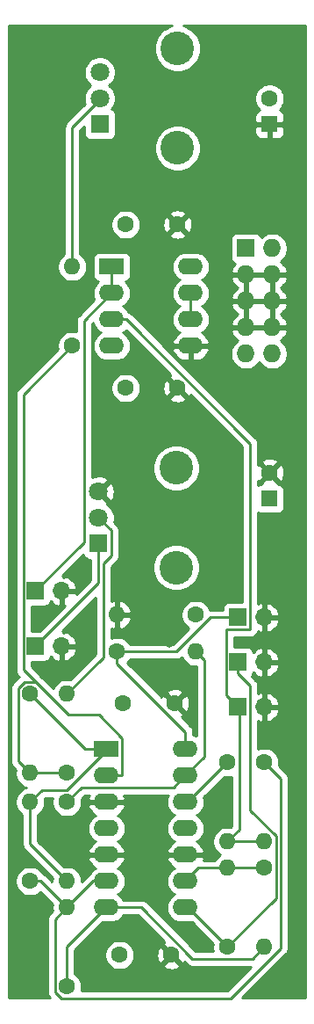
<source format=gbr>
%TF.GenerationSoftware,KiCad,Pcbnew,(5.1.9)-1*%
%TF.CreationDate,2021-05-29T21:30:47+01:00*%
%TF.ProjectId,KosmicSuperspreader,4b6f736d-6963-4537-9570-657273707265,rev?*%
%TF.SameCoordinates,Original*%
%TF.FileFunction,Copper,L2,Bot*%
%TF.FilePolarity,Positive*%
%FSLAX46Y46*%
G04 Gerber Fmt 4.6, Leading zero omitted, Abs format (unit mm)*
G04 Created by KiCad (PCBNEW (5.1.9)-1) date 2021-05-29 21:30:47*
%MOMM*%
%LPD*%
G01*
G04 APERTURE LIST*
%TA.AperFunction,ComponentPad*%
%ADD10O,2.400000X1.600000*%
%TD*%
%TA.AperFunction,ComponentPad*%
%ADD11R,2.400000X1.600000*%
%TD*%
%TA.AperFunction,ComponentPad*%
%ADD12C,3.240000*%
%TD*%
%TA.AperFunction,ComponentPad*%
%ADD13C,1.800000*%
%TD*%
%TA.AperFunction,ComponentPad*%
%ADD14R,1.800000X1.800000*%
%TD*%
%TA.AperFunction,ComponentPad*%
%ADD15O,1.600000X1.600000*%
%TD*%
%TA.AperFunction,ComponentPad*%
%ADD16C,1.600000*%
%TD*%
%TA.AperFunction,ComponentPad*%
%ADD17R,1.727200X1.727200*%
%TD*%
%TA.AperFunction,ComponentPad*%
%ADD18O,1.727200X1.727200*%
%TD*%
%TA.AperFunction,ComponentPad*%
%ADD19O,1.700000X1.700000*%
%TD*%
%TA.AperFunction,ComponentPad*%
%ADD20R,1.700000X1.700000*%
%TD*%
%TA.AperFunction,ComponentPad*%
%ADD21R,1.600000X1.600000*%
%TD*%
%TA.AperFunction,ViaPad*%
%ADD22C,0.800000*%
%TD*%
%TA.AperFunction,Conductor*%
%ADD23C,0.250000*%
%TD*%
%TA.AperFunction,Conductor*%
%ADD24C,0.254000*%
%TD*%
%TA.AperFunction,Conductor*%
%ADD25C,0.100000*%
%TD*%
G04 APERTURE END LIST*
D10*
%TO.P,U2,14*%
%TO.N,OUTMINUS*%
X157734000Y-135382000D03*
%TO.P,U2,7*%
%TO.N,Net-(R10-Pad1)*%
X150114000Y-150622000D03*
%TO.P,U2,13*%
%TO.N,Net-(R7-Pad1)*%
X157734000Y-137922000D03*
%TO.P,U2,6*%
%TO.N,Net-(R10-Pad2)*%
X150114000Y-148082000D03*
%TO.P,U2,12*%
%TO.N,Net-(R6-Pad1)*%
X157734000Y-140462000D03*
%TO.P,U2,5*%
%TO.N,GND*%
X150114000Y-145542000D03*
%TO.P,U2,11*%
%TO.N,-12V*%
X157734000Y-143002000D03*
%TO.P,U2,4*%
%TO.N,+12V*%
X150114000Y-143002000D03*
%TO.P,U2,10*%
%TO.N,GND*%
X157734000Y-145542000D03*
%TO.P,U2,3*%
X150114000Y-140462000D03*
%TO.P,U2,9*%
%TO.N,Net-(R11-Pad1)*%
X157734000Y-148082000D03*
%TO.P,U2,2*%
%TO.N,Net-(R1-Pad1)*%
X150114000Y-137922000D03*
%TO.P,U2,8*%
%TO.N,OUTPLUS*%
X157734000Y-150622000D03*
D11*
%TO.P,U2,1*%
%TO.N,Net-(R3-Pad1)*%
X150114000Y-135382000D03*
%TD*%
D10*
%TO.P,U1,8*%
%TO.N,+12V*%
X158242000Y-88900000D03*
%TO.P,U1,4*%
%TO.N,-12V*%
X150622000Y-96520000D03*
%TO.P,U1,7*%
%TO.N,Net-(U1-Pad6)*%
X158242000Y-91440000D03*
%TO.P,U1,3*%
%TO.N,INPUT*%
X150622000Y-93980000D03*
%TO.P,U1,6*%
%TO.N,Net-(U1-Pad6)*%
X158242000Y-93980000D03*
%TO.P,U1,2*%
%TO.N,OUTPUT*%
X150622000Y-91440000D03*
%TO.P,U1,5*%
%TO.N,GND*%
X158242000Y-96520000D03*
D11*
%TO.P,U1,1*%
%TO.N,OUTPUT*%
X150622000Y-88900000D03*
%TD*%
D12*
%TO.P,SPREAD,*%
%TO.N,*%
X156972000Y-77470000D03*
X156972000Y-67870000D03*
D13*
%TO.P,SPREAD,3*%
%TO.N,-12V*%
X149472000Y-70170000D03*
%TO.P,SPREAD,2*%
%TO.N,Net-(R2-Pad2)*%
X149472000Y-72670000D03*
D14*
%TO.P,SPREAD,1*%
%TO.N,+12V*%
X149472000Y-75170000D03*
%TD*%
D12*
%TO.P,RV1,*%
%TO.N,*%
X156852000Y-117870000D03*
X156852000Y-108270000D03*
D13*
%TO.P,RV1,3*%
%TO.N,GND*%
X149352000Y-110570000D03*
%TO.P,RV1,2*%
%TO.N,Net-(R1-Pad2)*%
X149352000Y-113070000D03*
D14*
%TO.P,RV1,1*%
%TO.N,SPREAD*%
X149352000Y-115570000D03*
%TD*%
D15*
%TO.P,R12,2*%
%TO.N,Net-(R11-Pad1)*%
X161798000Y-146812000D03*
D16*
%TO.P,R12,1*%
%TO.N,OUTPLUS*%
X161798000Y-154432000D03*
%TD*%
D15*
%TO.P,R11,2*%
%TO.N,Net-(R10-Pad1)*%
X165354000Y-154432000D03*
D16*
%TO.P,R11,1*%
%TO.N,Net-(R11-Pad1)*%
X165354000Y-146812000D03*
%TD*%
D15*
%TO.P,R10,2*%
%TO.N,Net-(R10-Pad2)*%
X146304000Y-150622000D03*
D16*
%TO.P,R10,1*%
%TO.N,Net-(R10-Pad1)*%
X146304000Y-158242000D03*
%TD*%
D15*
%TO.P,R9,2*%
%TO.N,Net-(R7-Pad1)*%
X158750000Y-125984000D03*
D16*
%TO.P,R9,1*%
%TO.N,OUTMINUS*%
X151130000Y-125984000D03*
%TD*%
D15*
%TO.P,R8,2*%
%TO.N,GND*%
X151130000Y-122428000D03*
D16*
%TO.P,R8,1*%
%TO.N,Net-(R6-Pad1)*%
X158750000Y-122428000D03*
%TD*%
D15*
%TO.P,R7,2*%
%TO.N,Net-(R3-Pad1)*%
X146304000Y-148082000D03*
D16*
%TO.P,R7,1*%
%TO.N,Net-(R7-Pad1)*%
X146304000Y-140462000D03*
%TD*%
D15*
%TO.P,R6,2*%
%TO.N,INPUT*%
X161798000Y-144272000D03*
D16*
%TO.P,R6,1*%
%TO.N,Net-(R6-Pad1)*%
X161798000Y-136652000D03*
%TD*%
D15*
%TO.P,R5,2*%
%TO.N,INPUT*%
X165354000Y-144272000D03*
D16*
%TO.P,R5,1*%
%TO.N,Net-(R10-Pad2)*%
X165354000Y-136652000D03*
%TD*%
D15*
%TO.P,R4,2*%
%TO.N,Net-(R3-Pad1)*%
X142748000Y-140462000D03*
D16*
%TO.P,R4,1*%
%TO.N,Net-(R10-Pad2)*%
X142748000Y-148082000D03*
%TD*%
D15*
%TO.P,R3,2*%
%TO.N,Net-(R1-Pad1)*%
X142748000Y-137668000D03*
D16*
%TO.P,R3,1*%
%TO.N,Net-(R3-Pad1)*%
X142748000Y-130048000D03*
%TD*%
D15*
%TO.P,R2,2*%
%TO.N,Net-(R2-Pad2)*%
X146812000Y-88900000D03*
D16*
%TO.P,R2,1*%
%TO.N,Net-(R1-Pad1)*%
X146812000Y-96520000D03*
%TD*%
D15*
%TO.P,R1,2*%
%TO.N,Net-(R1-Pad2)*%
X146304000Y-130048000D03*
D16*
%TO.P,R1,1*%
%TO.N,Net-(R1-Pad1)*%
X146304000Y-137668000D03*
%TD*%
D17*
%TO.P,J6,1*%
%TO.N,-12V*%
X163576000Y-87122000D03*
D18*
%TO.P,J6,2*%
X166116000Y-87122000D03*
%TO.P,J6,3*%
%TO.N,GND*%
X163576000Y-89662000D03*
%TO.P,J6,4*%
X166116000Y-89662000D03*
%TO.P,J6,5*%
X163576000Y-92202000D03*
%TO.P,J6,6*%
X166116000Y-92202000D03*
%TO.P,J6,7*%
X163576000Y-94742000D03*
%TO.P,J6,8*%
X166116000Y-94742000D03*
%TO.P,J6,9*%
%TO.N,+12V*%
X163576000Y-97282000D03*
%TO.P,J6,10*%
X166116000Y-97282000D03*
%TD*%
D19*
%TO.P,BUFFER,2*%
%TO.N,GND*%
X145796000Y-120142000D03*
D20*
%TO.P,BUFFER,1*%
%TO.N,OUTPUT*%
X143256000Y-120142000D03*
%TD*%
D19*
%TO.P,O +,2*%
%TO.N,GND*%
X165354000Y-127000000D03*
D20*
%TO.P,O +,1*%
%TO.N,OUTPLUS*%
X162814000Y-127000000D03*
%TD*%
D19*
%TO.P,O -,2*%
%TO.N,GND*%
X165354000Y-122682000D03*
D20*
%TO.P,O -,1*%
%TO.N,OUTMINUS*%
X162814000Y-122682000D03*
%TD*%
D19*
%TO.P,S IN,2*%
%TO.N,GND*%
X145796000Y-125476000D03*
D20*
%TO.P,S IN,1*%
%TO.N,SPREAD*%
X143256000Y-125476000D03*
%TD*%
D19*
%TO.P,CV IN,2*%
%TO.N,GND*%
X165354000Y-131318000D03*
D20*
%TO.P,CV IN,1*%
%TO.N,INPUT*%
X162814000Y-131318000D03*
%TD*%
D16*
%TO.P,C6,2*%
%TO.N,GND*%
X156384000Y-155194000D03*
%TO.P,C6,1*%
%TO.N,-12V*%
X151384000Y-155194000D03*
%TD*%
%TO.P,C5,2*%
%TO.N,GND*%
X156694759Y-130950000D03*
%TO.P,C5,1*%
%TO.N,+12V*%
X151694759Y-130950000D03*
%TD*%
%TO.P,C4,2*%
%TO.N,GND*%
X156972000Y-100584000D03*
%TO.P,C4,1*%
%TO.N,-12V*%
X151972000Y-100584000D03*
%TD*%
%TO.P,C3,2*%
%TO.N,GND*%
X156972000Y-84836000D03*
%TO.P,C3,1*%
%TO.N,+12V*%
X151972000Y-84836000D03*
%TD*%
%TO.P,C2,2*%
%TO.N,-12V*%
X165862000Y-72684000D03*
D21*
%TO.P,C2,1*%
%TO.N,GND*%
X165862000Y-75184000D03*
%TD*%
D16*
%TO.P,C1,2*%
%TO.N,GND*%
X165862000Y-108752000D03*
D21*
%TO.P,C1,1*%
%TO.N,+12V*%
X165862000Y-111252000D03*
%TD*%
D22*
%TO.N,GND*%
X156210000Y-120904000D03*
X161798000Y-120650000D03*
X156210000Y-125222000D03*
%TD*%
D23*
%TO.N,GND*%
X161544000Y-120904000D02*
X161798000Y-120650000D01*
X156210000Y-120904000D02*
X161544000Y-120904000D01*
X156210000Y-120904000D02*
X156210000Y-125222000D01*
%TO.N,INPUT*%
X165354000Y-144272000D02*
X161798000Y-144272000D01*
X162923001Y-131427001D02*
X162814000Y-131318000D01*
X162923001Y-143146999D02*
X162923001Y-131427001D01*
X161798000Y-144272000D02*
X162923001Y-143146999D01*
X152033002Y-93980000D02*
X150622000Y-93980000D01*
X163989001Y-105935999D02*
X152033002Y-93980000D01*
X163989001Y-123792001D02*
X163989001Y-105935999D01*
X163924001Y-123857001D02*
X163989001Y-123792001D01*
X161703999Y-123857001D02*
X163924001Y-123857001D01*
X161638999Y-123922001D02*
X161703999Y-123857001D01*
X161638999Y-130142999D02*
X161638999Y-123922001D01*
X162814000Y-131318000D02*
X161638999Y-130142999D01*
%TO.N,SPREAD*%
X149352000Y-119380000D02*
X149352000Y-115570000D01*
X143256000Y-125476000D02*
X149352000Y-119380000D01*
%TO.N,OUTMINUS*%
X156859002Y-125984000D02*
X151130000Y-125984000D01*
X160161002Y-122682000D02*
X156859002Y-125984000D01*
X162814000Y-122682000D02*
X160161002Y-122682000D01*
X157734000Y-133719370D02*
X157734000Y-135382000D01*
X151130000Y-127115370D02*
X157734000Y-133719370D01*
X151130000Y-125984000D02*
X151130000Y-127115370D01*
%TO.N,OUTPLUS*%
X157988000Y-150622000D02*
X157734000Y-150622000D01*
X161798000Y-154432000D02*
X157988000Y-150622000D01*
X166479001Y-149750999D02*
X161798000Y-154432000D01*
X166479001Y-143731999D02*
X166479001Y-149750999D01*
X163989001Y-129275001D02*
X163989001Y-141241999D01*
X163989001Y-141241999D02*
X166479001Y-143731999D01*
X162814000Y-128100000D02*
X163989001Y-129275001D01*
X162814000Y-127000000D02*
X162814000Y-128100000D01*
%TO.N,OUTPUT*%
X147937001Y-94124999D02*
X150622000Y-91440000D01*
X147937001Y-115460999D02*
X147937001Y-94124999D01*
X143256000Y-120142000D02*
X147937001Y-115460999D01*
X150622000Y-91440000D02*
X150622000Y-88900000D01*
%TO.N,Net-(R1-Pad2)*%
X150577001Y-116730001D02*
X150577001Y-114295001D01*
X150577001Y-114295001D02*
X149352000Y-113070000D01*
X149802009Y-117504993D02*
X150577001Y-116730001D01*
X149802009Y-126549991D02*
X149802009Y-117504993D01*
X146304000Y-130048000D02*
X149802009Y-126549991D01*
%TO.N,Net-(R1-Pad1)*%
X141622999Y-136542999D02*
X142748000Y-137668000D01*
X141622999Y-129507999D02*
X141622999Y-136542999D01*
X146445002Y-132080000D02*
X143288001Y-128922999D01*
X149397002Y-132080000D02*
X146445002Y-132080000D01*
X142207999Y-128922999D02*
X141622999Y-129507999D01*
X151639001Y-134321999D02*
X149397002Y-132080000D01*
X143288001Y-128922999D02*
X142207999Y-128922999D01*
X151639001Y-137846999D02*
X151639001Y-134321999D01*
X151564000Y-137922000D02*
X151639001Y-137846999D01*
X150114000Y-137922000D02*
X151564000Y-137922000D01*
X146304000Y-137668000D02*
X142748000Y-137668000D01*
X142080999Y-127715997D02*
X142080999Y-101251001D01*
X142080999Y-101251001D02*
X146812000Y-96520000D01*
X143288001Y-128922999D02*
X142080999Y-127715997D01*
%TO.N,Net-(R2-Pad2)*%
X149472000Y-72784998D02*
X149472000Y-72670000D01*
X146812000Y-75444998D02*
X149472000Y-72784998D01*
X146812000Y-88900000D02*
X146812000Y-75444998D01*
%TO.N,Net-(R3-Pad1)*%
X142748000Y-144526000D02*
X142748000Y-140462000D01*
X146304000Y-148082000D02*
X142748000Y-144526000D01*
X150114000Y-135523002D02*
X150114000Y-135382000D01*
X146300003Y-139336999D02*
X150114000Y-135523002D01*
X143873001Y-139336999D02*
X146300003Y-139336999D01*
X142748000Y-140462000D02*
X143873001Y-139336999D01*
X148082000Y-135382000D02*
X150114000Y-135382000D01*
X142748000Y-130048000D02*
X148082000Y-135382000D01*
%TO.N,Net-(R10-Pad2)*%
X143764000Y-148082000D02*
X142748000Y-148082000D01*
X146304000Y-150622000D02*
X143764000Y-148082000D01*
X145178999Y-151747001D02*
X146304000Y-150622000D01*
X145178999Y-158782001D02*
X145178999Y-151747001D01*
X145763999Y-159367001D02*
X145178999Y-158782001D01*
X162084001Y-159367001D02*
X145763999Y-159367001D01*
X166929010Y-154521992D02*
X162084001Y-159367001D01*
X166929010Y-138227010D02*
X166929010Y-154521992D01*
X165354000Y-136652000D02*
X166929010Y-138227010D01*
X148844000Y-148082000D02*
X146304000Y-150622000D01*
X150114000Y-148082000D02*
X148844000Y-148082000D01*
%TO.N,Net-(R6-Pad1)*%
X157988000Y-140462000D02*
X157734000Y-140462000D01*
X161798000Y-136652000D02*
X157988000Y-140462000D01*
%TO.N,Net-(R7-Pad1)*%
X147718990Y-139047010D02*
X146304000Y-140462000D01*
X156608990Y-139047010D02*
X147718990Y-139047010D01*
X157734000Y-137922000D02*
X156608990Y-139047010D01*
X159549999Y-136106001D02*
X157734000Y-137922000D01*
X159549999Y-126783999D02*
X159549999Y-136106001D01*
X158750000Y-125984000D02*
X159549999Y-126783999D01*
%TO.N,Net-(R10-Pad1)*%
X146304000Y-154432000D02*
X150114000Y-150622000D01*
X146304000Y-158242000D02*
X146304000Y-154432000D01*
X158412003Y-155557001D02*
X153477002Y-150622000D01*
X164228999Y-155557001D02*
X158412003Y-155557001D01*
X153477002Y-150622000D02*
X150114000Y-150622000D01*
X165354000Y-154432000D02*
X164228999Y-155557001D01*
%TO.N,Net-(R11-Pad1)*%
X165354000Y-146812000D02*
X161798000Y-146812000D01*
X159004000Y-146812000D02*
X157734000Y-148082000D01*
X161798000Y-146812000D02*
X159004000Y-146812000D01*
%TO.N,Net-(U1-Pad6)*%
X158242000Y-93980000D02*
X158242000Y-91440000D01*
%TD*%
D24*
%TO.N,GND*%
X156314241Y-65701658D02*
X155903857Y-65871645D01*
X155534521Y-66118427D01*
X155220427Y-66432521D01*
X154973645Y-66801857D01*
X154803658Y-67212241D01*
X154717000Y-67647902D01*
X154717000Y-68092098D01*
X154803658Y-68527759D01*
X154973645Y-68938143D01*
X155220427Y-69307479D01*
X155534521Y-69621573D01*
X155903857Y-69868355D01*
X156314241Y-70038342D01*
X156749902Y-70125000D01*
X157194098Y-70125000D01*
X157629759Y-70038342D01*
X158040143Y-69868355D01*
X158409479Y-69621573D01*
X158723573Y-69307479D01*
X158970355Y-68938143D01*
X159140342Y-68527759D01*
X159227000Y-68092098D01*
X159227000Y-67647902D01*
X159140342Y-67212241D01*
X158970355Y-66801857D01*
X158723573Y-66432521D01*
X158409479Y-66118427D01*
X158040143Y-65871645D01*
X157629759Y-65701658D01*
X157546013Y-65685000D01*
X169315000Y-65685000D01*
X169315001Y-159315000D01*
X163210803Y-159315000D01*
X167440018Y-155085787D01*
X167469011Y-155061993D01*
X167492805Y-155033000D01*
X167492809Y-155032996D01*
X167563983Y-154946269D01*
X167612086Y-154856276D01*
X167634556Y-154814239D01*
X167678013Y-154670978D01*
X167689010Y-154559325D01*
X167689010Y-154559316D01*
X167692686Y-154521993D01*
X167689010Y-154484670D01*
X167689010Y-138264343D01*
X167692687Y-138227010D01*
X167678013Y-138078024D01*
X167634556Y-137934763D01*
X167563984Y-137802734D01*
X167492809Y-137716007D01*
X167469011Y-137687009D01*
X167440014Y-137663212D01*
X166752688Y-136975886D01*
X166789000Y-136793335D01*
X166789000Y-136510665D01*
X166733853Y-136233426D01*
X166625680Y-135972273D01*
X166468637Y-135737241D01*
X166268759Y-135537363D01*
X166033727Y-135380320D01*
X165772574Y-135272147D01*
X165495335Y-135217000D01*
X165212665Y-135217000D01*
X164935426Y-135272147D01*
X164749001Y-135349367D01*
X164749001Y-132666765D01*
X164849901Y-132714825D01*
X164997110Y-132759476D01*
X165227000Y-132638155D01*
X165227000Y-131445000D01*
X165481000Y-131445000D01*
X165481000Y-132638155D01*
X165710890Y-132759476D01*
X165858099Y-132714825D01*
X166120920Y-132589641D01*
X166354269Y-132415588D01*
X166549178Y-132199355D01*
X166698157Y-131949252D01*
X166795481Y-131674891D01*
X166674814Y-131445000D01*
X165481000Y-131445000D01*
X165227000Y-131445000D01*
X165207000Y-131445000D01*
X165207000Y-131191000D01*
X165227000Y-131191000D01*
X165227000Y-129997845D01*
X165481000Y-129997845D01*
X165481000Y-131191000D01*
X166674814Y-131191000D01*
X166795481Y-130961109D01*
X166698157Y-130686748D01*
X166549178Y-130436645D01*
X166354269Y-130220412D01*
X166120920Y-130046359D01*
X165858099Y-129921175D01*
X165710890Y-129876524D01*
X165481000Y-129997845D01*
X165227000Y-129997845D01*
X164997110Y-129876524D01*
X164849901Y-129921175D01*
X164749001Y-129969235D01*
X164749001Y-129312323D01*
X164752677Y-129275000D01*
X164749001Y-129237677D01*
X164749001Y-129237668D01*
X164738004Y-129126015D01*
X164694547Y-128982754D01*
X164623975Y-128850725D01*
X164529002Y-128735000D01*
X164500005Y-128711203D01*
X164101345Y-128312543D01*
X164115185Y-128301185D01*
X164194537Y-128204494D01*
X164253502Y-128094180D01*
X164277966Y-128013534D01*
X164353731Y-128097588D01*
X164587080Y-128271641D01*
X164849901Y-128396825D01*
X164997110Y-128441476D01*
X165227000Y-128320155D01*
X165227000Y-127127000D01*
X165481000Y-127127000D01*
X165481000Y-128320155D01*
X165710890Y-128441476D01*
X165858099Y-128396825D01*
X166120920Y-128271641D01*
X166354269Y-128097588D01*
X166549178Y-127881355D01*
X166698157Y-127631252D01*
X166795481Y-127356891D01*
X166674814Y-127127000D01*
X165481000Y-127127000D01*
X165227000Y-127127000D01*
X165207000Y-127127000D01*
X165207000Y-126873000D01*
X165227000Y-126873000D01*
X165227000Y-125679845D01*
X165481000Y-125679845D01*
X165481000Y-126873000D01*
X166674814Y-126873000D01*
X166795481Y-126643109D01*
X166698157Y-126368748D01*
X166549178Y-126118645D01*
X166354269Y-125902412D01*
X166120920Y-125728359D01*
X165858099Y-125603175D01*
X165710890Y-125558524D01*
X165481000Y-125679845D01*
X165227000Y-125679845D01*
X164997110Y-125558524D01*
X164849901Y-125603175D01*
X164587080Y-125728359D01*
X164353731Y-125902412D01*
X164277966Y-125986466D01*
X164253502Y-125905820D01*
X164194537Y-125795506D01*
X164115185Y-125698815D01*
X164018494Y-125619463D01*
X163908180Y-125560498D01*
X163788482Y-125524188D01*
X163664000Y-125511928D01*
X162398999Y-125511928D01*
X162398999Y-124617001D01*
X163886679Y-124617001D01*
X163924001Y-124620677D01*
X163961323Y-124617001D01*
X163961334Y-124617001D01*
X164072987Y-124606004D01*
X164216248Y-124562547D01*
X164348277Y-124491975D01*
X164464002Y-124397002D01*
X164487805Y-124367998D01*
X164499999Y-124355804D01*
X164529002Y-124332002D01*
X164623975Y-124216277D01*
X164694547Y-124084248D01*
X164715597Y-124014855D01*
X164849901Y-124078825D01*
X164997110Y-124123476D01*
X165227000Y-124002155D01*
X165227000Y-122809000D01*
X165481000Y-122809000D01*
X165481000Y-124002155D01*
X165710890Y-124123476D01*
X165858099Y-124078825D01*
X166120920Y-123953641D01*
X166354269Y-123779588D01*
X166549178Y-123563355D01*
X166698157Y-123313252D01*
X166795481Y-123038891D01*
X166674814Y-122809000D01*
X165481000Y-122809000D01*
X165227000Y-122809000D01*
X165207000Y-122809000D01*
X165207000Y-122555000D01*
X165227000Y-122555000D01*
X165227000Y-121361845D01*
X165481000Y-121361845D01*
X165481000Y-122555000D01*
X166674814Y-122555000D01*
X166795481Y-122325109D01*
X166698157Y-122050748D01*
X166549178Y-121800645D01*
X166354269Y-121584412D01*
X166120920Y-121410359D01*
X165858099Y-121285175D01*
X165710890Y-121240524D01*
X165481000Y-121361845D01*
X165227000Y-121361845D01*
X164997110Y-121240524D01*
X164849901Y-121285175D01*
X164749001Y-121333235D01*
X164749001Y-112604717D01*
X164817820Y-112641502D01*
X164937518Y-112677812D01*
X165062000Y-112690072D01*
X166662000Y-112690072D01*
X166786482Y-112677812D01*
X166906180Y-112641502D01*
X167016494Y-112582537D01*
X167113185Y-112503185D01*
X167192537Y-112406494D01*
X167251502Y-112296180D01*
X167287812Y-112176482D01*
X167300072Y-112052000D01*
X167300072Y-110452000D01*
X167287812Y-110327518D01*
X167251502Y-110207820D01*
X167192537Y-110097506D01*
X167113185Y-110000815D01*
X167016494Y-109921463D01*
X166906180Y-109862498D01*
X166786482Y-109826188D01*
X166662000Y-109813928D01*
X166654785Y-109813928D01*
X166675097Y-109744702D01*
X165862000Y-108931605D01*
X165048903Y-109744702D01*
X165069215Y-109813928D01*
X165062000Y-109813928D01*
X164937518Y-109826188D01*
X164817820Y-109862498D01*
X164749001Y-109899283D01*
X164749001Y-109529801D01*
X164869298Y-109565097D01*
X165682395Y-108752000D01*
X166041605Y-108752000D01*
X166854702Y-109565097D01*
X167098671Y-109493514D01*
X167219571Y-109238004D01*
X167288300Y-108963816D01*
X167302217Y-108681488D01*
X167260787Y-108401870D01*
X167165603Y-108135708D01*
X167098671Y-108010486D01*
X166854702Y-107938903D01*
X166041605Y-108752000D01*
X165682395Y-108752000D01*
X164869298Y-107938903D01*
X164749001Y-107974199D01*
X164749001Y-107759298D01*
X165048903Y-107759298D01*
X165862000Y-108572395D01*
X166675097Y-107759298D01*
X166603514Y-107515329D01*
X166348004Y-107394429D01*
X166073816Y-107325700D01*
X165791488Y-107311783D01*
X165511870Y-107353213D01*
X165245708Y-107448397D01*
X165120486Y-107515329D01*
X165048903Y-107759298D01*
X164749001Y-107759298D01*
X164749001Y-105973322D01*
X164752677Y-105935999D01*
X164749001Y-105898676D01*
X164749001Y-105898666D01*
X164738004Y-105787013D01*
X164694547Y-105643752D01*
X164623975Y-105511722D01*
X164552800Y-105424996D01*
X164529002Y-105395998D01*
X164500004Y-105372200D01*
X155996843Y-96869039D01*
X156450096Y-96869039D01*
X156467633Y-96951818D01*
X156578285Y-97211646D01*
X156737500Y-97444895D01*
X156939161Y-97642601D01*
X157175517Y-97797166D01*
X157437486Y-97902650D01*
X157715000Y-97955000D01*
X158115000Y-97955000D01*
X158115000Y-96647000D01*
X158369000Y-96647000D01*
X158369000Y-97955000D01*
X158769000Y-97955000D01*
X159046514Y-97902650D01*
X159308483Y-97797166D01*
X159544839Y-97642601D01*
X159746500Y-97444895D01*
X159905715Y-97211646D01*
X159938611Y-97134401D01*
X162077400Y-97134401D01*
X162077400Y-97429599D01*
X162134990Y-97719125D01*
X162247958Y-97991853D01*
X162411961Y-98237302D01*
X162620698Y-98446039D01*
X162866147Y-98610042D01*
X163138875Y-98723010D01*
X163428401Y-98780600D01*
X163723599Y-98780600D01*
X164013125Y-98723010D01*
X164285853Y-98610042D01*
X164531302Y-98446039D01*
X164740039Y-98237302D01*
X164846000Y-98078719D01*
X164951961Y-98237302D01*
X165160698Y-98446039D01*
X165406147Y-98610042D01*
X165678875Y-98723010D01*
X165968401Y-98780600D01*
X166263599Y-98780600D01*
X166553125Y-98723010D01*
X166825853Y-98610042D01*
X167071302Y-98446039D01*
X167280039Y-98237302D01*
X167444042Y-97991853D01*
X167557010Y-97719125D01*
X167614600Y-97429599D01*
X167614600Y-97134401D01*
X167557010Y-96844875D01*
X167444042Y-96572147D01*
X167280039Y-96326698D01*
X167071302Y-96117961D01*
X166905897Y-96007441D01*
X167004488Y-95948817D01*
X167222854Y-95752293D01*
X167398684Y-95516944D01*
X167525222Y-95251814D01*
X167570958Y-95101026D01*
X167449817Y-94869000D01*
X166243000Y-94869000D01*
X166243000Y-94889000D01*
X165989000Y-94889000D01*
X165989000Y-94869000D01*
X163703000Y-94869000D01*
X163703000Y-94889000D01*
X163449000Y-94889000D01*
X163449000Y-94869000D01*
X162242183Y-94869000D01*
X162121042Y-95101026D01*
X162166778Y-95251814D01*
X162293316Y-95516944D01*
X162469146Y-95752293D01*
X162687512Y-95948817D01*
X162786103Y-96007441D01*
X162620698Y-96117961D01*
X162411961Y-96326698D01*
X162247958Y-96572147D01*
X162134990Y-96844875D01*
X162077400Y-97134401D01*
X159938611Y-97134401D01*
X160016367Y-96951818D01*
X160033904Y-96869039D01*
X159911915Y-96647000D01*
X158369000Y-96647000D01*
X158115000Y-96647000D01*
X156572085Y-96647000D01*
X156450096Y-96869039D01*
X155996843Y-96869039D01*
X152596806Y-93469003D01*
X152573003Y-93439999D01*
X152457278Y-93345026D01*
X152325249Y-93274454D01*
X152261704Y-93255178D01*
X152220932Y-93178899D01*
X152041608Y-92960392D01*
X151823101Y-92781068D01*
X151690142Y-92710000D01*
X151823101Y-92638932D01*
X152041608Y-92459608D01*
X152220932Y-92241101D01*
X152354182Y-91991808D01*
X152436236Y-91721309D01*
X152463943Y-91440000D01*
X152436236Y-91158691D01*
X152354182Y-90888192D01*
X152220932Y-90638899D01*
X152041608Y-90420392D01*
X151928518Y-90327581D01*
X151946482Y-90325812D01*
X152066180Y-90289502D01*
X152176494Y-90230537D01*
X152273185Y-90151185D01*
X152352537Y-90054494D01*
X152411502Y-89944180D01*
X152447812Y-89824482D01*
X152460072Y-89700000D01*
X152460072Y-88900000D01*
X156400057Y-88900000D01*
X156427764Y-89181309D01*
X156509818Y-89451808D01*
X156643068Y-89701101D01*
X156822392Y-89919608D01*
X157040899Y-90098932D01*
X157173858Y-90170000D01*
X157040899Y-90241068D01*
X156822392Y-90420392D01*
X156643068Y-90638899D01*
X156509818Y-90888192D01*
X156427764Y-91158691D01*
X156400057Y-91440000D01*
X156427764Y-91721309D01*
X156509818Y-91991808D01*
X156643068Y-92241101D01*
X156822392Y-92459608D01*
X157040899Y-92638932D01*
X157173858Y-92710000D01*
X157040899Y-92781068D01*
X156822392Y-92960392D01*
X156643068Y-93178899D01*
X156509818Y-93428192D01*
X156427764Y-93698691D01*
X156400057Y-93980000D01*
X156427764Y-94261309D01*
X156509818Y-94531808D01*
X156643068Y-94781101D01*
X156822392Y-94999608D01*
X157040899Y-95178932D01*
X157168741Y-95247265D01*
X156939161Y-95397399D01*
X156737500Y-95595105D01*
X156578285Y-95828354D01*
X156467633Y-96088182D01*
X156450096Y-96170961D01*
X156572085Y-96393000D01*
X158115000Y-96393000D01*
X158115000Y-96373000D01*
X158369000Y-96373000D01*
X158369000Y-96393000D01*
X159911915Y-96393000D01*
X160033904Y-96170961D01*
X160016367Y-96088182D01*
X159905715Y-95828354D01*
X159746500Y-95595105D01*
X159544839Y-95397399D01*
X159315259Y-95247265D01*
X159443101Y-95178932D01*
X159661608Y-94999608D01*
X159840932Y-94781101D01*
X159974182Y-94531808D01*
X160056236Y-94261309D01*
X160083943Y-93980000D01*
X160056236Y-93698691D01*
X159974182Y-93428192D01*
X159840932Y-93178899D01*
X159661608Y-92960392D01*
X159443101Y-92781068D01*
X159310142Y-92710000D01*
X159443101Y-92638932D01*
X159538029Y-92561026D01*
X162121042Y-92561026D01*
X162166778Y-92711814D01*
X162293316Y-92976944D01*
X162469146Y-93212293D01*
X162687512Y-93408817D01*
X162793770Y-93472000D01*
X162687512Y-93535183D01*
X162469146Y-93731707D01*
X162293316Y-93967056D01*
X162166778Y-94232186D01*
X162121042Y-94382974D01*
X162242183Y-94615000D01*
X163449000Y-94615000D01*
X163449000Y-92329000D01*
X163703000Y-92329000D01*
X163703000Y-94615000D01*
X165989000Y-94615000D01*
X165989000Y-92329000D01*
X166243000Y-92329000D01*
X166243000Y-94615000D01*
X167449817Y-94615000D01*
X167570958Y-94382974D01*
X167525222Y-94232186D01*
X167398684Y-93967056D01*
X167222854Y-93731707D01*
X167004488Y-93535183D01*
X166898230Y-93472000D01*
X167004488Y-93408817D01*
X167222854Y-93212293D01*
X167398684Y-92976944D01*
X167525222Y-92711814D01*
X167570958Y-92561026D01*
X167449817Y-92329000D01*
X166243000Y-92329000D01*
X165989000Y-92329000D01*
X163703000Y-92329000D01*
X163449000Y-92329000D01*
X162242183Y-92329000D01*
X162121042Y-92561026D01*
X159538029Y-92561026D01*
X159661608Y-92459608D01*
X159840932Y-92241101D01*
X159974182Y-91991808D01*
X160056236Y-91721309D01*
X160083943Y-91440000D01*
X160056236Y-91158691D01*
X159974182Y-90888192D01*
X159840932Y-90638899D01*
X159661608Y-90420392D01*
X159443101Y-90241068D01*
X159310142Y-90170000D01*
X159443101Y-90098932D01*
X159538029Y-90021026D01*
X162121042Y-90021026D01*
X162166778Y-90171814D01*
X162293316Y-90436944D01*
X162469146Y-90672293D01*
X162687512Y-90868817D01*
X162793770Y-90932000D01*
X162687512Y-90995183D01*
X162469146Y-91191707D01*
X162293316Y-91427056D01*
X162166778Y-91692186D01*
X162121042Y-91842974D01*
X162242183Y-92075000D01*
X163449000Y-92075000D01*
X163449000Y-89789000D01*
X163703000Y-89789000D01*
X163703000Y-92075000D01*
X165989000Y-92075000D01*
X165989000Y-89789000D01*
X166243000Y-89789000D01*
X166243000Y-92075000D01*
X167449817Y-92075000D01*
X167570958Y-91842974D01*
X167525222Y-91692186D01*
X167398684Y-91427056D01*
X167222854Y-91191707D01*
X167004488Y-90995183D01*
X166898230Y-90932000D01*
X167004488Y-90868817D01*
X167222854Y-90672293D01*
X167398684Y-90436944D01*
X167525222Y-90171814D01*
X167570958Y-90021026D01*
X167449817Y-89789000D01*
X166243000Y-89789000D01*
X165989000Y-89789000D01*
X163703000Y-89789000D01*
X163449000Y-89789000D01*
X162242183Y-89789000D01*
X162121042Y-90021026D01*
X159538029Y-90021026D01*
X159661608Y-89919608D01*
X159840932Y-89701101D01*
X159974182Y-89451808D01*
X160056236Y-89181309D01*
X160083943Y-88900000D01*
X160056236Y-88618691D01*
X159974182Y-88348192D01*
X159840932Y-88098899D01*
X159661608Y-87880392D01*
X159443101Y-87701068D01*
X159193808Y-87567818D01*
X158923309Y-87485764D01*
X158712492Y-87465000D01*
X157771508Y-87465000D01*
X157560691Y-87485764D01*
X157290192Y-87567818D01*
X157040899Y-87701068D01*
X156822392Y-87880392D01*
X156643068Y-88098899D01*
X156509818Y-88348192D01*
X156427764Y-88618691D01*
X156400057Y-88900000D01*
X152460072Y-88900000D01*
X152460072Y-88100000D01*
X152447812Y-87975518D01*
X152411502Y-87855820D01*
X152352537Y-87745506D01*
X152273185Y-87648815D01*
X152176494Y-87569463D01*
X152066180Y-87510498D01*
X151946482Y-87474188D01*
X151822000Y-87461928D01*
X149422000Y-87461928D01*
X149297518Y-87474188D01*
X149177820Y-87510498D01*
X149067506Y-87569463D01*
X148970815Y-87648815D01*
X148891463Y-87745506D01*
X148832498Y-87855820D01*
X148796188Y-87975518D01*
X148783928Y-88100000D01*
X148783928Y-89700000D01*
X148796188Y-89824482D01*
X148832498Y-89944180D01*
X148891463Y-90054494D01*
X148970815Y-90151185D01*
X149067506Y-90230537D01*
X149177820Y-90289502D01*
X149297518Y-90325812D01*
X149315482Y-90327581D01*
X149202392Y-90420392D01*
X149023068Y-90638899D01*
X148889818Y-90888192D01*
X148807764Y-91158691D01*
X148780057Y-91440000D01*
X148807764Y-91721309D01*
X148889818Y-91991808D01*
X148926592Y-92060607D01*
X147425999Y-93561200D01*
X147397001Y-93584998D01*
X147373203Y-93613996D01*
X147373202Y-93613997D01*
X147302027Y-93700723D01*
X147231455Y-93832753D01*
X147187999Y-93976014D01*
X147173325Y-94124999D01*
X147177002Y-94162332D01*
X147177002Y-95129491D01*
X146953335Y-95085000D01*
X146670665Y-95085000D01*
X146393426Y-95140147D01*
X146132273Y-95248320D01*
X145897241Y-95405363D01*
X145697363Y-95605241D01*
X145540320Y-95840273D01*
X145432147Y-96101426D01*
X145377000Y-96378665D01*
X145377000Y-96661335D01*
X145413312Y-96843886D01*
X141569997Y-100687202D01*
X141540999Y-100711000D01*
X141517201Y-100739998D01*
X141517200Y-100739999D01*
X141446025Y-100826725D01*
X141375453Y-100958755D01*
X141331997Y-101102016D01*
X141317323Y-101251001D01*
X141321000Y-101288334D01*
X141320999Y-127678675D01*
X141317323Y-127715997D01*
X141320999Y-127753319D01*
X141320999Y-127753329D01*
X141331996Y-127864982D01*
X141365212Y-127974482D01*
X141375453Y-128008243D01*
X141446025Y-128140273D01*
X141464676Y-128162999D01*
X141540998Y-128255998D01*
X141570002Y-128279801D01*
X141670855Y-128380654D01*
X141667998Y-128382998D01*
X141644200Y-128411996D01*
X141112001Y-128944196D01*
X141082998Y-128967998D01*
X141027870Y-129035173D01*
X140988025Y-129083723D01*
X140965419Y-129126016D01*
X140917453Y-129215753D01*
X140873996Y-129359014D01*
X140862999Y-129470667D01*
X140862999Y-129470677D01*
X140859323Y-129507999D01*
X140862999Y-129545322D01*
X140863000Y-136505667D01*
X140859323Y-136542999D01*
X140873997Y-136691984D01*
X140917453Y-136835245D01*
X140988025Y-136967275D01*
X141041986Y-137033026D01*
X141082999Y-137083000D01*
X141111997Y-137106798D01*
X141349312Y-137344113D01*
X141313000Y-137526665D01*
X141313000Y-137809335D01*
X141368147Y-138086574D01*
X141476320Y-138347727D01*
X141633363Y-138582759D01*
X141833241Y-138782637D01*
X142068273Y-138939680D01*
X142329426Y-139047853D01*
X142415629Y-139065000D01*
X142329426Y-139082147D01*
X142068273Y-139190320D01*
X141833241Y-139347363D01*
X141633363Y-139547241D01*
X141476320Y-139782273D01*
X141368147Y-140043426D01*
X141313000Y-140320665D01*
X141313000Y-140603335D01*
X141368147Y-140880574D01*
X141476320Y-141141727D01*
X141633363Y-141376759D01*
X141833241Y-141576637D01*
X141988001Y-141680044D01*
X141988000Y-144488677D01*
X141984324Y-144526000D01*
X141988000Y-144563322D01*
X141988000Y-144563332D01*
X141998997Y-144674985D01*
X142040560Y-144812001D01*
X142042454Y-144818246D01*
X142113026Y-144950276D01*
X142152871Y-144998826D01*
X142207999Y-145066001D01*
X142237003Y-145089804D01*
X144905312Y-147758115D01*
X144869000Y-147940665D01*
X144869000Y-148112199D01*
X144327804Y-147571003D01*
X144304001Y-147541999D01*
X144188276Y-147447026D01*
X144056247Y-147376454D01*
X143988747Y-147355978D01*
X143862637Y-147167241D01*
X143662759Y-146967363D01*
X143427727Y-146810320D01*
X143166574Y-146702147D01*
X142889335Y-146647000D01*
X142606665Y-146647000D01*
X142329426Y-146702147D01*
X142068273Y-146810320D01*
X141833241Y-146967363D01*
X141633363Y-147167241D01*
X141476320Y-147402273D01*
X141368147Y-147663426D01*
X141313000Y-147940665D01*
X141313000Y-148223335D01*
X141368147Y-148500574D01*
X141476320Y-148761727D01*
X141633363Y-148996759D01*
X141833241Y-149196637D01*
X142068273Y-149353680D01*
X142329426Y-149461853D01*
X142606665Y-149517000D01*
X142889335Y-149517000D01*
X143166574Y-149461853D01*
X143427727Y-149353680D01*
X143662759Y-149196637D01*
X143733297Y-149126099D01*
X144905312Y-150298114D01*
X144869000Y-150480665D01*
X144869000Y-150763335D01*
X144905312Y-150945887D01*
X144667997Y-151183202D01*
X144638999Y-151207000D01*
X144615201Y-151235998D01*
X144615200Y-151235999D01*
X144544025Y-151322725D01*
X144473453Y-151454755D01*
X144429997Y-151598016D01*
X144415323Y-151747001D01*
X144419000Y-151784333D01*
X144418999Y-158744678D01*
X144415323Y-158782001D01*
X144418999Y-158819323D01*
X144418999Y-158819333D01*
X144429996Y-158930986D01*
X144448202Y-158991003D01*
X144473453Y-159074247D01*
X144544025Y-159206277D01*
X144583870Y-159254827D01*
X144633252Y-159315000D01*
X140685000Y-159315000D01*
X140685000Y-88758665D01*
X145377000Y-88758665D01*
X145377000Y-89041335D01*
X145432147Y-89318574D01*
X145540320Y-89579727D01*
X145697363Y-89814759D01*
X145897241Y-90014637D01*
X146132273Y-90171680D01*
X146393426Y-90279853D01*
X146670665Y-90335000D01*
X146953335Y-90335000D01*
X147230574Y-90279853D01*
X147491727Y-90171680D01*
X147726759Y-90014637D01*
X147926637Y-89814759D01*
X148083680Y-89579727D01*
X148191853Y-89318574D01*
X148247000Y-89041335D01*
X148247000Y-88758665D01*
X148191853Y-88481426D01*
X148083680Y-88220273D01*
X147926637Y-87985241D01*
X147726759Y-87785363D01*
X147572000Y-87681957D01*
X147572000Y-84694665D01*
X150537000Y-84694665D01*
X150537000Y-84977335D01*
X150592147Y-85254574D01*
X150700320Y-85515727D01*
X150857363Y-85750759D01*
X151057241Y-85950637D01*
X151292273Y-86107680D01*
X151553426Y-86215853D01*
X151830665Y-86271000D01*
X152113335Y-86271000D01*
X152390574Y-86215853D01*
X152651727Y-86107680D01*
X152886759Y-85950637D01*
X153008694Y-85828702D01*
X156158903Y-85828702D01*
X156230486Y-86072671D01*
X156485996Y-86193571D01*
X156760184Y-86262300D01*
X157042512Y-86276217D01*
X157162761Y-86258400D01*
X162074328Y-86258400D01*
X162074328Y-87985600D01*
X162086588Y-88110082D01*
X162122898Y-88229780D01*
X162181863Y-88340094D01*
X162261215Y-88436785D01*
X162357906Y-88516137D01*
X162468220Y-88575102D01*
X162532574Y-88594624D01*
X162469146Y-88651707D01*
X162293316Y-88887056D01*
X162166778Y-89152186D01*
X162121042Y-89302974D01*
X162242183Y-89535000D01*
X163449000Y-89535000D01*
X163449000Y-89515000D01*
X163703000Y-89515000D01*
X163703000Y-89535000D01*
X165989000Y-89535000D01*
X165989000Y-89515000D01*
X166243000Y-89515000D01*
X166243000Y-89535000D01*
X167449817Y-89535000D01*
X167570958Y-89302974D01*
X167525222Y-89152186D01*
X167398684Y-88887056D01*
X167222854Y-88651707D01*
X167004488Y-88455183D01*
X166905897Y-88396559D01*
X167071302Y-88286039D01*
X167280039Y-88077302D01*
X167444042Y-87831853D01*
X167557010Y-87559125D01*
X167614600Y-87269599D01*
X167614600Y-86974401D01*
X167557010Y-86684875D01*
X167444042Y-86412147D01*
X167280039Y-86166698D01*
X167071302Y-85957961D01*
X166825853Y-85793958D01*
X166553125Y-85680990D01*
X166263599Y-85623400D01*
X165968401Y-85623400D01*
X165678875Y-85680990D01*
X165406147Y-85793958D01*
X165160698Y-85957961D01*
X165046636Y-86072023D01*
X165029102Y-86014220D01*
X164970137Y-85903906D01*
X164890785Y-85807215D01*
X164794094Y-85727863D01*
X164683780Y-85668898D01*
X164564082Y-85632588D01*
X164439600Y-85620328D01*
X162712400Y-85620328D01*
X162587918Y-85632588D01*
X162468220Y-85668898D01*
X162357906Y-85727863D01*
X162261215Y-85807215D01*
X162181863Y-85903906D01*
X162122898Y-86014220D01*
X162086588Y-86133918D01*
X162074328Y-86258400D01*
X157162761Y-86258400D01*
X157322130Y-86234787D01*
X157588292Y-86139603D01*
X157713514Y-86072671D01*
X157785097Y-85828702D01*
X156972000Y-85015605D01*
X156158903Y-85828702D01*
X153008694Y-85828702D01*
X153086637Y-85750759D01*
X153243680Y-85515727D01*
X153351853Y-85254574D01*
X153407000Y-84977335D01*
X153407000Y-84906512D01*
X155531783Y-84906512D01*
X155573213Y-85186130D01*
X155668397Y-85452292D01*
X155735329Y-85577514D01*
X155979298Y-85649097D01*
X156792395Y-84836000D01*
X157151605Y-84836000D01*
X157964702Y-85649097D01*
X158208671Y-85577514D01*
X158329571Y-85322004D01*
X158398300Y-85047816D01*
X158412217Y-84765488D01*
X158370787Y-84485870D01*
X158275603Y-84219708D01*
X158208671Y-84094486D01*
X157964702Y-84022903D01*
X157151605Y-84836000D01*
X156792395Y-84836000D01*
X155979298Y-84022903D01*
X155735329Y-84094486D01*
X155614429Y-84349996D01*
X155545700Y-84624184D01*
X155531783Y-84906512D01*
X153407000Y-84906512D01*
X153407000Y-84694665D01*
X153351853Y-84417426D01*
X153243680Y-84156273D01*
X153086637Y-83921241D01*
X153008694Y-83843298D01*
X156158903Y-83843298D01*
X156972000Y-84656395D01*
X157785097Y-83843298D01*
X157713514Y-83599329D01*
X157458004Y-83478429D01*
X157183816Y-83409700D01*
X156901488Y-83395783D01*
X156621870Y-83437213D01*
X156355708Y-83532397D01*
X156230486Y-83599329D01*
X156158903Y-83843298D01*
X153008694Y-83843298D01*
X152886759Y-83721363D01*
X152651727Y-83564320D01*
X152390574Y-83456147D01*
X152113335Y-83401000D01*
X151830665Y-83401000D01*
X151553426Y-83456147D01*
X151292273Y-83564320D01*
X151057241Y-83721363D01*
X150857363Y-83921241D01*
X150700320Y-84156273D01*
X150592147Y-84417426D01*
X150537000Y-84694665D01*
X147572000Y-84694665D01*
X147572000Y-77247902D01*
X154717000Y-77247902D01*
X154717000Y-77692098D01*
X154803658Y-78127759D01*
X154973645Y-78538143D01*
X155220427Y-78907479D01*
X155534521Y-79221573D01*
X155903857Y-79468355D01*
X156314241Y-79638342D01*
X156749902Y-79725000D01*
X157194098Y-79725000D01*
X157629759Y-79638342D01*
X158040143Y-79468355D01*
X158409479Y-79221573D01*
X158723573Y-78907479D01*
X158970355Y-78538143D01*
X159140342Y-78127759D01*
X159227000Y-77692098D01*
X159227000Y-77247902D01*
X159140342Y-76812241D01*
X158970355Y-76401857D01*
X158723573Y-76032521D01*
X158675052Y-75984000D01*
X164423928Y-75984000D01*
X164436188Y-76108482D01*
X164472498Y-76228180D01*
X164531463Y-76338494D01*
X164610815Y-76435185D01*
X164707506Y-76514537D01*
X164817820Y-76573502D01*
X164937518Y-76609812D01*
X165062000Y-76622072D01*
X165576250Y-76619000D01*
X165735000Y-76460250D01*
X165735000Y-75311000D01*
X165989000Y-75311000D01*
X165989000Y-76460250D01*
X166147750Y-76619000D01*
X166662000Y-76622072D01*
X166786482Y-76609812D01*
X166906180Y-76573502D01*
X167016494Y-76514537D01*
X167113185Y-76435185D01*
X167192537Y-76338494D01*
X167251502Y-76228180D01*
X167287812Y-76108482D01*
X167300072Y-75984000D01*
X167297000Y-75469750D01*
X167138250Y-75311000D01*
X165989000Y-75311000D01*
X165735000Y-75311000D01*
X164585750Y-75311000D01*
X164427000Y-75469750D01*
X164423928Y-75984000D01*
X158675052Y-75984000D01*
X158409479Y-75718427D01*
X158040143Y-75471645D01*
X157629759Y-75301658D01*
X157194098Y-75215000D01*
X156749902Y-75215000D01*
X156314241Y-75301658D01*
X155903857Y-75471645D01*
X155534521Y-75718427D01*
X155220427Y-76032521D01*
X154973645Y-76401857D01*
X154803658Y-76812241D01*
X154717000Y-77247902D01*
X147572000Y-77247902D01*
X147572000Y-75759799D01*
X147933928Y-75397871D01*
X147933928Y-76070000D01*
X147946188Y-76194482D01*
X147982498Y-76314180D01*
X148041463Y-76424494D01*
X148120815Y-76521185D01*
X148217506Y-76600537D01*
X148327820Y-76659502D01*
X148447518Y-76695812D01*
X148572000Y-76708072D01*
X150372000Y-76708072D01*
X150496482Y-76695812D01*
X150616180Y-76659502D01*
X150726494Y-76600537D01*
X150823185Y-76521185D01*
X150902537Y-76424494D01*
X150961502Y-76314180D01*
X150997812Y-76194482D01*
X151010072Y-76070000D01*
X151010072Y-74384000D01*
X164423928Y-74384000D01*
X164427000Y-74898250D01*
X164585750Y-75057000D01*
X165735000Y-75057000D01*
X165735000Y-75037000D01*
X165989000Y-75037000D01*
X165989000Y-75057000D01*
X167138250Y-75057000D01*
X167297000Y-74898250D01*
X167300072Y-74384000D01*
X167287812Y-74259518D01*
X167251502Y-74139820D01*
X167192537Y-74029506D01*
X167113185Y-73932815D01*
X167016494Y-73853463D01*
X166906180Y-73794498D01*
X166810057Y-73765339D01*
X166976637Y-73598759D01*
X167133680Y-73363727D01*
X167241853Y-73102574D01*
X167297000Y-72825335D01*
X167297000Y-72542665D01*
X167241853Y-72265426D01*
X167133680Y-72004273D01*
X166976637Y-71769241D01*
X166776759Y-71569363D01*
X166541727Y-71412320D01*
X166280574Y-71304147D01*
X166003335Y-71249000D01*
X165720665Y-71249000D01*
X165443426Y-71304147D01*
X165182273Y-71412320D01*
X164947241Y-71569363D01*
X164747363Y-71769241D01*
X164590320Y-72004273D01*
X164482147Y-72265426D01*
X164427000Y-72542665D01*
X164427000Y-72825335D01*
X164482147Y-73102574D01*
X164590320Y-73363727D01*
X164747363Y-73598759D01*
X164913943Y-73765339D01*
X164817820Y-73794498D01*
X164707506Y-73853463D01*
X164610815Y-73932815D01*
X164531463Y-74029506D01*
X164472498Y-74139820D01*
X164436188Y-74259518D01*
X164423928Y-74384000D01*
X151010072Y-74384000D01*
X151010072Y-74270000D01*
X150997812Y-74145518D01*
X150961502Y-74025820D01*
X150902537Y-73915506D01*
X150823185Y-73818815D01*
X150726494Y-73739463D01*
X150626697Y-73686120D01*
X150664312Y-73648505D01*
X150832299Y-73397095D01*
X150948011Y-73117743D01*
X151007000Y-72821184D01*
X151007000Y-72518816D01*
X150948011Y-72222257D01*
X150832299Y-71942905D01*
X150664312Y-71691495D01*
X150450505Y-71477688D01*
X150364169Y-71420000D01*
X150450505Y-71362312D01*
X150664312Y-71148505D01*
X150832299Y-70897095D01*
X150948011Y-70617743D01*
X151007000Y-70321184D01*
X151007000Y-70018816D01*
X150948011Y-69722257D01*
X150832299Y-69442905D01*
X150664312Y-69191495D01*
X150450505Y-68977688D01*
X150199095Y-68809701D01*
X149919743Y-68693989D01*
X149623184Y-68635000D01*
X149320816Y-68635000D01*
X149024257Y-68693989D01*
X148744905Y-68809701D01*
X148493495Y-68977688D01*
X148279688Y-69191495D01*
X148111701Y-69442905D01*
X147995989Y-69722257D01*
X147937000Y-70018816D01*
X147937000Y-70321184D01*
X147995989Y-70617743D01*
X148111701Y-70897095D01*
X148279688Y-71148505D01*
X148493495Y-71362312D01*
X148579831Y-71420000D01*
X148493495Y-71477688D01*
X148279688Y-71691495D01*
X148111701Y-71942905D01*
X147995989Y-72222257D01*
X147937000Y-72518816D01*
X147937000Y-72821184D01*
X147995989Y-73117743D01*
X148016042Y-73166155D01*
X146300998Y-74881199D01*
X146272000Y-74904997D01*
X146248202Y-74933995D01*
X146248201Y-74933996D01*
X146177026Y-75020722D01*
X146106454Y-75152752D01*
X146062998Y-75296013D01*
X146048324Y-75444998D01*
X146052001Y-75482330D01*
X146052000Y-87681957D01*
X145897241Y-87785363D01*
X145697363Y-87985241D01*
X145540320Y-88220273D01*
X145432147Y-88481426D01*
X145377000Y-88758665D01*
X140685000Y-88758665D01*
X140685000Y-65685000D01*
X156397987Y-65685000D01*
X156314241Y-65701658D01*
%TA.AperFunction,Conductor*%
D25*
G36*
X156314241Y-65701658D02*
G01*
X155903857Y-65871645D01*
X155534521Y-66118427D01*
X155220427Y-66432521D01*
X154973645Y-66801857D01*
X154803658Y-67212241D01*
X154717000Y-67647902D01*
X154717000Y-68092098D01*
X154803658Y-68527759D01*
X154973645Y-68938143D01*
X155220427Y-69307479D01*
X155534521Y-69621573D01*
X155903857Y-69868355D01*
X156314241Y-70038342D01*
X156749902Y-70125000D01*
X157194098Y-70125000D01*
X157629759Y-70038342D01*
X158040143Y-69868355D01*
X158409479Y-69621573D01*
X158723573Y-69307479D01*
X158970355Y-68938143D01*
X159140342Y-68527759D01*
X159227000Y-68092098D01*
X159227000Y-67647902D01*
X159140342Y-67212241D01*
X158970355Y-66801857D01*
X158723573Y-66432521D01*
X158409479Y-66118427D01*
X158040143Y-65871645D01*
X157629759Y-65701658D01*
X157546013Y-65685000D01*
X169315000Y-65685000D01*
X169315001Y-159315000D01*
X163210803Y-159315000D01*
X167440018Y-155085787D01*
X167469011Y-155061993D01*
X167492805Y-155033000D01*
X167492809Y-155032996D01*
X167563983Y-154946269D01*
X167612086Y-154856276D01*
X167634556Y-154814239D01*
X167678013Y-154670978D01*
X167689010Y-154559325D01*
X167689010Y-154559316D01*
X167692686Y-154521993D01*
X167689010Y-154484670D01*
X167689010Y-138264343D01*
X167692687Y-138227010D01*
X167678013Y-138078024D01*
X167634556Y-137934763D01*
X167563984Y-137802734D01*
X167492809Y-137716007D01*
X167469011Y-137687009D01*
X167440014Y-137663212D01*
X166752688Y-136975886D01*
X166789000Y-136793335D01*
X166789000Y-136510665D01*
X166733853Y-136233426D01*
X166625680Y-135972273D01*
X166468637Y-135737241D01*
X166268759Y-135537363D01*
X166033727Y-135380320D01*
X165772574Y-135272147D01*
X165495335Y-135217000D01*
X165212665Y-135217000D01*
X164935426Y-135272147D01*
X164749001Y-135349367D01*
X164749001Y-132666765D01*
X164849901Y-132714825D01*
X164997110Y-132759476D01*
X165227000Y-132638155D01*
X165227000Y-131445000D01*
X165481000Y-131445000D01*
X165481000Y-132638155D01*
X165710890Y-132759476D01*
X165858099Y-132714825D01*
X166120920Y-132589641D01*
X166354269Y-132415588D01*
X166549178Y-132199355D01*
X166698157Y-131949252D01*
X166795481Y-131674891D01*
X166674814Y-131445000D01*
X165481000Y-131445000D01*
X165227000Y-131445000D01*
X165207000Y-131445000D01*
X165207000Y-131191000D01*
X165227000Y-131191000D01*
X165227000Y-129997845D01*
X165481000Y-129997845D01*
X165481000Y-131191000D01*
X166674814Y-131191000D01*
X166795481Y-130961109D01*
X166698157Y-130686748D01*
X166549178Y-130436645D01*
X166354269Y-130220412D01*
X166120920Y-130046359D01*
X165858099Y-129921175D01*
X165710890Y-129876524D01*
X165481000Y-129997845D01*
X165227000Y-129997845D01*
X164997110Y-129876524D01*
X164849901Y-129921175D01*
X164749001Y-129969235D01*
X164749001Y-129312323D01*
X164752677Y-129275000D01*
X164749001Y-129237677D01*
X164749001Y-129237668D01*
X164738004Y-129126015D01*
X164694547Y-128982754D01*
X164623975Y-128850725D01*
X164529002Y-128735000D01*
X164500005Y-128711203D01*
X164101345Y-128312543D01*
X164115185Y-128301185D01*
X164194537Y-128204494D01*
X164253502Y-128094180D01*
X164277966Y-128013534D01*
X164353731Y-128097588D01*
X164587080Y-128271641D01*
X164849901Y-128396825D01*
X164997110Y-128441476D01*
X165227000Y-128320155D01*
X165227000Y-127127000D01*
X165481000Y-127127000D01*
X165481000Y-128320155D01*
X165710890Y-128441476D01*
X165858099Y-128396825D01*
X166120920Y-128271641D01*
X166354269Y-128097588D01*
X166549178Y-127881355D01*
X166698157Y-127631252D01*
X166795481Y-127356891D01*
X166674814Y-127127000D01*
X165481000Y-127127000D01*
X165227000Y-127127000D01*
X165207000Y-127127000D01*
X165207000Y-126873000D01*
X165227000Y-126873000D01*
X165227000Y-125679845D01*
X165481000Y-125679845D01*
X165481000Y-126873000D01*
X166674814Y-126873000D01*
X166795481Y-126643109D01*
X166698157Y-126368748D01*
X166549178Y-126118645D01*
X166354269Y-125902412D01*
X166120920Y-125728359D01*
X165858099Y-125603175D01*
X165710890Y-125558524D01*
X165481000Y-125679845D01*
X165227000Y-125679845D01*
X164997110Y-125558524D01*
X164849901Y-125603175D01*
X164587080Y-125728359D01*
X164353731Y-125902412D01*
X164277966Y-125986466D01*
X164253502Y-125905820D01*
X164194537Y-125795506D01*
X164115185Y-125698815D01*
X164018494Y-125619463D01*
X163908180Y-125560498D01*
X163788482Y-125524188D01*
X163664000Y-125511928D01*
X162398999Y-125511928D01*
X162398999Y-124617001D01*
X163886679Y-124617001D01*
X163924001Y-124620677D01*
X163961323Y-124617001D01*
X163961334Y-124617001D01*
X164072987Y-124606004D01*
X164216248Y-124562547D01*
X164348277Y-124491975D01*
X164464002Y-124397002D01*
X164487805Y-124367998D01*
X164499999Y-124355804D01*
X164529002Y-124332002D01*
X164623975Y-124216277D01*
X164694547Y-124084248D01*
X164715597Y-124014855D01*
X164849901Y-124078825D01*
X164997110Y-124123476D01*
X165227000Y-124002155D01*
X165227000Y-122809000D01*
X165481000Y-122809000D01*
X165481000Y-124002155D01*
X165710890Y-124123476D01*
X165858099Y-124078825D01*
X166120920Y-123953641D01*
X166354269Y-123779588D01*
X166549178Y-123563355D01*
X166698157Y-123313252D01*
X166795481Y-123038891D01*
X166674814Y-122809000D01*
X165481000Y-122809000D01*
X165227000Y-122809000D01*
X165207000Y-122809000D01*
X165207000Y-122555000D01*
X165227000Y-122555000D01*
X165227000Y-121361845D01*
X165481000Y-121361845D01*
X165481000Y-122555000D01*
X166674814Y-122555000D01*
X166795481Y-122325109D01*
X166698157Y-122050748D01*
X166549178Y-121800645D01*
X166354269Y-121584412D01*
X166120920Y-121410359D01*
X165858099Y-121285175D01*
X165710890Y-121240524D01*
X165481000Y-121361845D01*
X165227000Y-121361845D01*
X164997110Y-121240524D01*
X164849901Y-121285175D01*
X164749001Y-121333235D01*
X164749001Y-112604717D01*
X164817820Y-112641502D01*
X164937518Y-112677812D01*
X165062000Y-112690072D01*
X166662000Y-112690072D01*
X166786482Y-112677812D01*
X166906180Y-112641502D01*
X167016494Y-112582537D01*
X167113185Y-112503185D01*
X167192537Y-112406494D01*
X167251502Y-112296180D01*
X167287812Y-112176482D01*
X167300072Y-112052000D01*
X167300072Y-110452000D01*
X167287812Y-110327518D01*
X167251502Y-110207820D01*
X167192537Y-110097506D01*
X167113185Y-110000815D01*
X167016494Y-109921463D01*
X166906180Y-109862498D01*
X166786482Y-109826188D01*
X166662000Y-109813928D01*
X166654785Y-109813928D01*
X166675097Y-109744702D01*
X165862000Y-108931605D01*
X165048903Y-109744702D01*
X165069215Y-109813928D01*
X165062000Y-109813928D01*
X164937518Y-109826188D01*
X164817820Y-109862498D01*
X164749001Y-109899283D01*
X164749001Y-109529801D01*
X164869298Y-109565097D01*
X165682395Y-108752000D01*
X166041605Y-108752000D01*
X166854702Y-109565097D01*
X167098671Y-109493514D01*
X167219571Y-109238004D01*
X167288300Y-108963816D01*
X167302217Y-108681488D01*
X167260787Y-108401870D01*
X167165603Y-108135708D01*
X167098671Y-108010486D01*
X166854702Y-107938903D01*
X166041605Y-108752000D01*
X165682395Y-108752000D01*
X164869298Y-107938903D01*
X164749001Y-107974199D01*
X164749001Y-107759298D01*
X165048903Y-107759298D01*
X165862000Y-108572395D01*
X166675097Y-107759298D01*
X166603514Y-107515329D01*
X166348004Y-107394429D01*
X166073816Y-107325700D01*
X165791488Y-107311783D01*
X165511870Y-107353213D01*
X165245708Y-107448397D01*
X165120486Y-107515329D01*
X165048903Y-107759298D01*
X164749001Y-107759298D01*
X164749001Y-105973322D01*
X164752677Y-105935999D01*
X164749001Y-105898676D01*
X164749001Y-105898666D01*
X164738004Y-105787013D01*
X164694547Y-105643752D01*
X164623975Y-105511722D01*
X164552800Y-105424996D01*
X164529002Y-105395998D01*
X164500004Y-105372200D01*
X155996843Y-96869039D01*
X156450096Y-96869039D01*
X156467633Y-96951818D01*
X156578285Y-97211646D01*
X156737500Y-97444895D01*
X156939161Y-97642601D01*
X157175517Y-97797166D01*
X157437486Y-97902650D01*
X157715000Y-97955000D01*
X158115000Y-97955000D01*
X158115000Y-96647000D01*
X158369000Y-96647000D01*
X158369000Y-97955000D01*
X158769000Y-97955000D01*
X159046514Y-97902650D01*
X159308483Y-97797166D01*
X159544839Y-97642601D01*
X159746500Y-97444895D01*
X159905715Y-97211646D01*
X159938611Y-97134401D01*
X162077400Y-97134401D01*
X162077400Y-97429599D01*
X162134990Y-97719125D01*
X162247958Y-97991853D01*
X162411961Y-98237302D01*
X162620698Y-98446039D01*
X162866147Y-98610042D01*
X163138875Y-98723010D01*
X163428401Y-98780600D01*
X163723599Y-98780600D01*
X164013125Y-98723010D01*
X164285853Y-98610042D01*
X164531302Y-98446039D01*
X164740039Y-98237302D01*
X164846000Y-98078719D01*
X164951961Y-98237302D01*
X165160698Y-98446039D01*
X165406147Y-98610042D01*
X165678875Y-98723010D01*
X165968401Y-98780600D01*
X166263599Y-98780600D01*
X166553125Y-98723010D01*
X166825853Y-98610042D01*
X167071302Y-98446039D01*
X167280039Y-98237302D01*
X167444042Y-97991853D01*
X167557010Y-97719125D01*
X167614600Y-97429599D01*
X167614600Y-97134401D01*
X167557010Y-96844875D01*
X167444042Y-96572147D01*
X167280039Y-96326698D01*
X167071302Y-96117961D01*
X166905897Y-96007441D01*
X167004488Y-95948817D01*
X167222854Y-95752293D01*
X167398684Y-95516944D01*
X167525222Y-95251814D01*
X167570958Y-95101026D01*
X167449817Y-94869000D01*
X166243000Y-94869000D01*
X166243000Y-94889000D01*
X165989000Y-94889000D01*
X165989000Y-94869000D01*
X163703000Y-94869000D01*
X163703000Y-94889000D01*
X163449000Y-94889000D01*
X163449000Y-94869000D01*
X162242183Y-94869000D01*
X162121042Y-95101026D01*
X162166778Y-95251814D01*
X162293316Y-95516944D01*
X162469146Y-95752293D01*
X162687512Y-95948817D01*
X162786103Y-96007441D01*
X162620698Y-96117961D01*
X162411961Y-96326698D01*
X162247958Y-96572147D01*
X162134990Y-96844875D01*
X162077400Y-97134401D01*
X159938611Y-97134401D01*
X160016367Y-96951818D01*
X160033904Y-96869039D01*
X159911915Y-96647000D01*
X158369000Y-96647000D01*
X158115000Y-96647000D01*
X156572085Y-96647000D01*
X156450096Y-96869039D01*
X155996843Y-96869039D01*
X152596806Y-93469003D01*
X152573003Y-93439999D01*
X152457278Y-93345026D01*
X152325249Y-93274454D01*
X152261704Y-93255178D01*
X152220932Y-93178899D01*
X152041608Y-92960392D01*
X151823101Y-92781068D01*
X151690142Y-92710000D01*
X151823101Y-92638932D01*
X152041608Y-92459608D01*
X152220932Y-92241101D01*
X152354182Y-91991808D01*
X152436236Y-91721309D01*
X152463943Y-91440000D01*
X152436236Y-91158691D01*
X152354182Y-90888192D01*
X152220932Y-90638899D01*
X152041608Y-90420392D01*
X151928518Y-90327581D01*
X151946482Y-90325812D01*
X152066180Y-90289502D01*
X152176494Y-90230537D01*
X152273185Y-90151185D01*
X152352537Y-90054494D01*
X152411502Y-89944180D01*
X152447812Y-89824482D01*
X152460072Y-89700000D01*
X152460072Y-88900000D01*
X156400057Y-88900000D01*
X156427764Y-89181309D01*
X156509818Y-89451808D01*
X156643068Y-89701101D01*
X156822392Y-89919608D01*
X157040899Y-90098932D01*
X157173858Y-90170000D01*
X157040899Y-90241068D01*
X156822392Y-90420392D01*
X156643068Y-90638899D01*
X156509818Y-90888192D01*
X156427764Y-91158691D01*
X156400057Y-91440000D01*
X156427764Y-91721309D01*
X156509818Y-91991808D01*
X156643068Y-92241101D01*
X156822392Y-92459608D01*
X157040899Y-92638932D01*
X157173858Y-92710000D01*
X157040899Y-92781068D01*
X156822392Y-92960392D01*
X156643068Y-93178899D01*
X156509818Y-93428192D01*
X156427764Y-93698691D01*
X156400057Y-93980000D01*
X156427764Y-94261309D01*
X156509818Y-94531808D01*
X156643068Y-94781101D01*
X156822392Y-94999608D01*
X157040899Y-95178932D01*
X157168741Y-95247265D01*
X156939161Y-95397399D01*
X156737500Y-95595105D01*
X156578285Y-95828354D01*
X156467633Y-96088182D01*
X156450096Y-96170961D01*
X156572085Y-96393000D01*
X158115000Y-96393000D01*
X158115000Y-96373000D01*
X158369000Y-96373000D01*
X158369000Y-96393000D01*
X159911915Y-96393000D01*
X160033904Y-96170961D01*
X160016367Y-96088182D01*
X159905715Y-95828354D01*
X159746500Y-95595105D01*
X159544839Y-95397399D01*
X159315259Y-95247265D01*
X159443101Y-95178932D01*
X159661608Y-94999608D01*
X159840932Y-94781101D01*
X159974182Y-94531808D01*
X160056236Y-94261309D01*
X160083943Y-93980000D01*
X160056236Y-93698691D01*
X159974182Y-93428192D01*
X159840932Y-93178899D01*
X159661608Y-92960392D01*
X159443101Y-92781068D01*
X159310142Y-92710000D01*
X159443101Y-92638932D01*
X159538029Y-92561026D01*
X162121042Y-92561026D01*
X162166778Y-92711814D01*
X162293316Y-92976944D01*
X162469146Y-93212293D01*
X162687512Y-93408817D01*
X162793770Y-93472000D01*
X162687512Y-93535183D01*
X162469146Y-93731707D01*
X162293316Y-93967056D01*
X162166778Y-94232186D01*
X162121042Y-94382974D01*
X162242183Y-94615000D01*
X163449000Y-94615000D01*
X163449000Y-92329000D01*
X163703000Y-92329000D01*
X163703000Y-94615000D01*
X165989000Y-94615000D01*
X165989000Y-92329000D01*
X166243000Y-92329000D01*
X166243000Y-94615000D01*
X167449817Y-94615000D01*
X167570958Y-94382974D01*
X167525222Y-94232186D01*
X167398684Y-93967056D01*
X167222854Y-93731707D01*
X167004488Y-93535183D01*
X166898230Y-93472000D01*
X167004488Y-93408817D01*
X167222854Y-93212293D01*
X167398684Y-92976944D01*
X167525222Y-92711814D01*
X167570958Y-92561026D01*
X167449817Y-92329000D01*
X166243000Y-92329000D01*
X165989000Y-92329000D01*
X163703000Y-92329000D01*
X163449000Y-92329000D01*
X162242183Y-92329000D01*
X162121042Y-92561026D01*
X159538029Y-92561026D01*
X159661608Y-92459608D01*
X159840932Y-92241101D01*
X159974182Y-91991808D01*
X160056236Y-91721309D01*
X160083943Y-91440000D01*
X160056236Y-91158691D01*
X159974182Y-90888192D01*
X159840932Y-90638899D01*
X159661608Y-90420392D01*
X159443101Y-90241068D01*
X159310142Y-90170000D01*
X159443101Y-90098932D01*
X159538029Y-90021026D01*
X162121042Y-90021026D01*
X162166778Y-90171814D01*
X162293316Y-90436944D01*
X162469146Y-90672293D01*
X162687512Y-90868817D01*
X162793770Y-90932000D01*
X162687512Y-90995183D01*
X162469146Y-91191707D01*
X162293316Y-91427056D01*
X162166778Y-91692186D01*
X162121042Y-91842974D01*
X162242183Y-92075000D01*
X163449000Y-92075000D01*
X163449000Y-89789000D01*
X163703000Y-89789000D01*
X163703000Y-92075000D01*
X165989000Y-92075000D01*
X165989000Y-89789000D01*
X166243000Y-89789000D01*
X166243000Y-92075000D01*
X167449817Y-92075000D01*
X167570958Y-91842974D01*
X167525222Y-91692186D01*
X167398684Y-91427056D01*
X167222854Y-91191707D01*
X167004488Y-90995183D01*
X166898230Y-90932000D01*
X167004488Y-90868817D01*
X167222854Y-90672293D01*
X167398684Y-90436944D01*
X167525222Y-90171814D01*
X167570958Y-90021026D01*
X167449817Y-89789000D01*
X166243000Y-89789000D01*
X165989000Y-89789000D01*
X163703000Y-89789000D01*
X163449000Y-89789000D01*
X162242183Y-89789000D01*
X162121042Y-90021026D01*
X159538029Y-90021026D01*
X159661608Y-89919608D01*
X159840932Y-89701101D01*
X159974182Y-89451808D01*
X160056236Y-89181309D01*
X160083943Y-88900000D01*
X160056236Y-88618691D01*
X159974182Y-88348192D01*
X159840932Y-88098899D01*
X159661608Y-87880392D01*
X159443101Y-87701068D01*
X159193808Y-87567818D01*
X158923309Y-87485764D01*
X158712492Y-87465000D01*
X157771508Y-87465000D01*
X157560691Y-87485764D01*
X157290192Y-87567818D01*
X157040899Y-87701068D01*
X156822392Y-87880392D01*
X156643068Y-88098899D01*
X156509818Y-88348192D01*
X156427764Y-88618691D01*
X156400057Y-88900000D01*
X152460072Y-88900000D01*
X152460072Y-88100000D01*
X152447812Y-87975518D01*
X152411502Y-87855820D01*
X152352537Y-87745506D01*
X152273185Y-87648815D01*
X152176494Y-87569463D01*
X152066180Y-87510498D01*
X151946482Y-87474188D01*
X151822000Y-87461928D01*
X149422000Y-87461928D01*
X149297518Y-87474188D01*
X149177820Y-87510498D01*
X149067506Y-87569463D01*
X148970815Y-87648815D01*
X148891463Y-87745506D01*
X148832498Y-87855820D01*
X148796188Y-87975518D01*
X148783928Y-88100000D01*
X148783928Y-89700000D01*
X148796188Y-89824482D01*
X148832498Y-89944180D01*
X148891463Y-90054494D01*
X148970815Y-90151185D01*
X149067506Y-90230537D01*
X149177820Y-90289502D01*
X149297518Y-90325812D01*
X149315482Y-90327581D01*
X149202392Y-90420392D01*
X149023068Y-90638899D01*
X148889818Y-90888192D01*
X148807764Y-91158691D01*
X148780057Y-91440000D01*
X148807764Y-91721309D01*
X148889818Y-91991808D01*
X148926592Y-92060607D01*
X147425999Y-93561200D01*
X147397001Y-93584998D01*
X147373203Y-93613996D01*
X147373202Y-93613997D01*
X147302027Y-93700723D01*
X147231455Y-93832753D01*
X147187999Y-93976014D01*
X147173325Y-94124999D01*
X147177002Y-94162332D01*
X147177002Y-95129491D01*
X146953335Y-95085000D01*
X146670665Y-95085000D01*
X146393426Y-95140147D01*
X146132273Y-95248320D01*
X145897241Y-95405363D01*
X145697363Y-95605241D01*
X145540320Y-95840273D01*
X145432147Y-96101426D01*
X145377000Y-96378665D01*
X145377000Y-96661335D01*
X145413312Y-96843886D01*
X141569997Y-100687202D01*
X141540999Y-100711000D01*
X141517201Y-100739998D01*
X141517200Y-100739999D01*
X141446025Y-100826725D01*
X141375453Y-100958755D01*
X141331997Y-101102016D01*
X141317323Y-101251001D01*
X141321000Y-101288334D01*
X141320999Y-127678675D01*
X141317323Y-127715997D01*
X141320999Y-127753319D01*
X141320999Y-127753329D01*
X141331996Y-127864982D01*
X141365212Y-127974482D01*
X141375453Y-128008243D01*
X141446025Y-128140273D01*
X141464676Y-128162999D01*
X141540998Y-128255998D01*
X141570002Y-128279801D01*
X141670855Y-128380654D01*
X141667998Y-128382998D01*
X141644200Y-128411996D01*
X141112001Y-128944196D01*
X141082998Y-128967998D01*
X141027870Y-129035173D01*
X140988025Y-129083723D01*
X140965419Y-129126016D01*
X140917453Y-129215753D01*
X140873996Y-129359014D01*
X140862999Y-129470667D01*
X140862999Y-129470677D01*
X140859323Y-129507999D01*
X140862999Y-129545322D01*
X140863000Y-136505667D01*
X140859323Y-136542999D01*
X140873997Y-136691984D01*
X140917453Y-136835245D01*
X140988025Y-136967275D01*
X141041986Y-137033026D01*
X141082999Y-137083000D01*
X141111997Y-137106798D01*
X141349312Y-137344113D01*
X141313000Y-137526665D01*
X141313000Y-137809335D01*
X141368147Y-138086574D01*
X141476320Y-138347727D01*
X141633363Y-138582759D01*
X141833241Y-138782637D01*
X142068273Y-138939680D01*
X142329426Y-139047853D01*
X142415629Y-139065000D01*
X142329426Y-139082147D01*
X142068273Y-139190320D01*
X141833241Y-139347363D01*
X141633363Y-139547241D01*
X141476320Y-139782273D01*
X141368147Y-140043426D01*
X141313000Y-140320665D01*
X141313000Y-140603335D01*
X141368147Y-140880574D01*
X141476320Y-141141727D01*
X141633363Y-141376759D01*
X141833241Y-141576637D01*
X141988001Y-141680044D01*
X141988000Y-144488677D01*
X141984324Y-144526000D01*
X141988000Y-144563322D01*
X141988000Y-144563332D01*
X141998997Y-144674985D01*
X142040560Y-144812001D01*
X142042454Y-144818246D01*
X142113026Y-144950276D01*
X142152871Y-144998826D01*
X142207999Y-145066001D01*
X142237003Y-145089804D01*
X144905312Y-147758115D01*
X144869000Y-147940665D01*
X144869000Y-148112199D01*
X144327804Y-147571003D01*
X144304001Y-147541999D01*
X144188276Y-147447026D01*
X144056247Y-147376454D01*
X143988747Y-147355978D01*
X143862637Y-147167241D01*
X143662759Y-146967363D01*
X143427727Y-146810320D01*
X143166574Y-146702147D01*
X142889335Y-146647000D01*
X142606665Y-146647000D01*
X142329426Y-146702147D01*
X142068273Y-146810320D01*
X141833241Y-146967363D01*
X141633363Y-147167241D01*
X141476320Y-147402273D01*
X141368147Y-147663426D01*
X141313000Y-147940665D01*
X141313000Y-148223335D01*
X141368147Y-148500574D01*
X141476320Y-148761727D01*
X141633363Y-148996759D01*
X141833241Y-149196637D01*
X142068273Y-149353680D01*
X142329426Y-149461853D01*
X142606665Y-149517000D01*
X142889335Y-149517000D01*
X143166574Y-149461853D01*
X143427727Y-149353680D01*
X143662759Y-149196637D01*
X143733297Y-149126099D01*
X144905312Y-150298114D01*
X144869000Y-150480665D01*
X144869000Y-150763335D01*
X144905312Y-150945887D01*
X144667997Y-151183202D01*
X144638999Y-151207000D01*
X144615201Y-151235998D01*
X144615200Y-151235999D01*
X144544025Y-151322725D01*
X144473453Y-151454755D01*
X144429997Y-151598016D01*
X144415323Y-151747001D01*
X144419000Y-151784333D01*
X144418999Y-158744678D01*
X144415323Y-158782001D01*
X144418999Y-158819323D01*
X144418999Y-158819333D01*
X144429996Y-158930986D01*
X144448202Y-158991003D01*
X144473453Y-159074247D01*
X144544025Y-159206277D01*
X144583870Y-159254827D01*
X144633252Y-159315000D01*
X140685000Y-159315000D01*
X140685000Y-88758665D01*
X145377000Y-88758665D01*
X145377000Y-89041335D01*
X145432147Y-89318574D01*
X145540320Y-89579727D01*
X145697363Y-89814759D01*
X145897241Y-90014637D01*
X146132273Y-90171680D01*
X146393426Y-90279853D01*
X146670665Y-90335000D01*
X146953335Y-90335000D01*
X147230574Y-90279853D01*
X147491727Y-90171680D01*
X147726759Y-90014637D01*
X147926637Y-89814759D01*
X148083680Y-89579727D01*
X148191853Y-89318574D01*
X148247000Y-89041335D01*
X148247000Y-88758665D01*
X148191853Y-88481426D01*
X148083680Y-88220273D01*
X147926637Y-87985241D01*
X147726759Y-87785363D01*
X147572000Y-87681957D01*
X147572000Y-84694665D01*
X150537000Y-84694665D01*
X150537000Y-84977335D01*
X150592147Y-85254574D01*
X150700320Y-85515727D01*
X150857363Y-85750759D01*
X151057241Y-85950637D01*
X151292273Y-86107680D01*
X151553426Y-86215853D01*
X151830665Y-86271000D01*
X152113335Y-86271000D01*
X152390574Y-86215853D01*
X152651727Y-86107680D01*
X152886759Y-85950637D01*
X153008694Y-85828702D01*
X156158903Y-85828702D01*
X156230486Y-86072671D01*
X156485996Y-86193571D01*
X156760184Y-86262300D01*
X157042512Y-86276217D01*
X157162761Y-86258400D01*
X162074328Y-86258400D01*
X162074328Y-87985600D01*
X162086588Y-88110082D01*
X162122898Y-88229780D01*
X162181863Y-88340094D01*
X162261215Y-88436785D01*
X162357906Y-88516137D01*
X162468220Y-88575102D01*
X162532574Y-88594624D01*
X162469146Y-88651707D01*
X162293316Y-88887056D01*
X162166778Y-89152186D01*
X162121042Y-89302974D01*
X162242183Y-89535000D01*
X163449000Y-89535000D01*
X163449000Y-89515000D01*
X163703000Y-89515000D01*
X163703000Y-89535000D01*
X165989000Y-89535000D01*
X165989000Y-89515000D01*
X166243000Y-89515000D01*
X166243000Y-89535000D01*
X167449817Y-89535000D01*
X167570958Y-89302974D01*
X167525222Y-89152186D01*
X167398684Y-88887056D01*
X167222854Y-88651707D01*
X167004488Y-88455183D01*
X166905897Y-88396559D01*
X167071302Y-88286039D01*
X167280039Y-88077302D01*
X167444042Y-87831853D01*
X167557010Y-87559125D01*
X167614600Y-87269599D01*
X167614600Y-86974401D01*
X167557010Y-86684875D01*
X167444042Y-86412147D01*
X167280039Y-86166698D01*
X167071302Y-85957961D01*
X166825853Y-85793958D01*
X166553125Y-85680990D01*
X166263599Y-85623400D01*
X165968401Y-85623400D01*
X165678875Y-85680990D01*
X165406147Y-85793958D01*
X165160698Y-85957961D01*
X165046636Y-86072023D01*
X165029102Y-86014220D01*
X164970137Y-85903906D01*
X164890785Y-85807215D01*
X164794094Y-85727863D01*
X164683780Y-85668898D01*
X164564082Y-85632588D01*
X164439600Y-85620328D01*
X162712400Y-85620328D01*
X162587918Y-85632588D01*
X162468220Y-85668898D01*
X162357906Y-85727863D01*
X162261215Y-85807215D01*
X162181863Y-85903906D01*
X162122898Y-86014220D01*
X162086588Y-86133918D01*
X162074328Y-86258400D01*
X157162761Y-86258400D01*
X157322130Y-86234787D01*
X157588292Y-86139603D01*
X157713514Y-86072671D01*
X157785097Y-85828702D01*
X156972000Y-85015605D01*
X156158903Y-85828702D01*
X153008694Y-85828702D01*
X153086637Y-85750759D01*
X153243680Y-85515727D01*
X153351853Y-85254574D01*
X153407000Y-84977335D01*
X153407000Y-84906512D01*
X155531783Y-84906512D01*
X155573213Y-85186130D01*
X155668397Y-85452292D01*
X155735329Y-85577514D01*
X155979298Y-85649097D01*
X156792395Y-84836000D01*
X157151605Y-84836000D01*
X157964702Y-85649097D01*
X158208671Y-85577514D01*
X158329571Y-85322004D01*
X158398300Y-85047816D01*
X158412217Y-84765488D01*
X158370787Y-84485870D01*
X158275603Y-84219708D01*
X158208671Y-84094486D01*
X157964702Y-84022903D01*
X157151605Y-84836000D01*
X156792395Y-84836000D01*
X155979298Y-84022903D01*
X155735329Y-84094486D01*
X155614429Y-84349996D01*
X155545700Y-84624184D01*
X155531783Y-84906512D01*
X153407000Y-84906512D01*
X153407000Y-84694665D01*
X153351853Y-84417426D01*
X153243680Y-84156273D01*
X153086637Y-83921241D01*
X153008694Y-83843298D01*
X156158903Y-83843298D01*
X156972000Y-84656395D01*
X157785097Y-83843298D01*
X157713514Y-83599329D01*
X157458004Y-83478429D01*
X157183816Y-83409700D01*
X156901488Y-83395783D01*
X156621870Y-83437213D01*
X156355708Y-83532397D01*
X156230486Y-83599329D01*
X156158903Y-83843298D01*
X153008694Y-83843298D01*
X152886759Y-83721363D01*
X152651727Y-83564320D01*
X152390574Y-83456147D01*
X152113335Y-83401000D01*
X151830665Y-83401000D01*
X151553426Y-83456147D01*
X151292273Y-83564320D01*
X151057241Y-83721363D01*
X150857363Y-83921241D01*
X150700320Y-84156273D01*
X150592147Y-84417426D01*
X150537000Y-84694665D01*
X147572000Y-84694665D01*
X147572000Y-77247902D01*
X154717000Y-77247902D01*
X154717000Y-77692098D01*
X154803658Y-78127759D01*
X154973645Y-78538143D01*
X155220427Y-78907479D01*
X155534521Y-79221573D01*
X155903857Y-79468355D01*
X156314241Y-79638342D01*
X156749902Y-79725000D01*
X157194098Y-79725000D01*
X157629759Y-79638342D01*
X158040143Y-79468355D01*
X158409479Y-79221573D01*
X158723573Y-78907479D01*
X158970355Y-78538143D01*
X159140342Y-78127759D01*
X159227000Y-77692098D01*
X159227000Y-77247902D01*
X159140342Y-76812241D01*
X158970355Y-76401857D01*
X158723573Y-76032521D01*
X158675052Y-75984000D01*
X164423928Y-75984000D01*
X164436188Y-76108482D01*
X164472498Y-76228180D01*
X164531463Y-76338494D01*
X164610815Y-76435185D01*
X164707506Y-76514537D01*
X164817820Y-76573502D01*
X164937518Y-76609812D01*
X165062000Y-76622072D01*
X165576250Y-76619000D01*
X165735000Y-76460250D01*
X165735000Y-75311000D01*
X165989000Y-75311000D01*
X165989000Y-76460250D01*
X166147750Y-76619000D01*
X166662000Y-76622072D01*
X166786482Y-76609812D01*
X166906180Y-76573502D01*
X167016494Y-76514537D01*
X167113185Y-76435185D01*
X167192537Y-76338494D01*
X167251502Y-76228180D01*
X167287812Y-76108482D01*
X167300072Y-75984000D01*
X167297000Y-75469750D01*
X167138250Y-75311000D01*
X165989000Y-75311000D01*
X165735000Y-75311000D01*
X164585750Y-75311000D01*
X164427000Y-75469750D01*
X164423928Y-75984000D01*
X158675052Y-75984000D01*
X158409479Y-75718427D01*
X158040143Y-75471645D01*
X157629759Y-75301658D01*
X157194098Y-75215000D01*
X156749902Y-75215000D01*
X156314241Y-75301658D01*
X155903857Y-75471645D01*
X155534521Y-75718427D01*
X155220427Y-76032521D01*
X154973645Y-76401857D01*
X154803658Y-76812241D01*
X154717000Y-77247902D01*
X147572000Y-77247902D01*
X147572000Y-75759799D01*
X147933928Y-75397871D01*
X147933928Y-76070000D01*
X147946188Y-76194482D01*
X147982498Y-76314180D01*
X148041463Y-76424494D01*
X148120815Y-76521185D01*
X148217506Y-76600537D01*
X148327820Y-76659502D01*
X148447518Y-76695812D01*
X148572000Y-76708072D01*
X150372000Y-76708072D01*
X150496482Y-76695812D01*
X150616180Y-76659502D01*
X150726494Y-76600537D01*
X150823185Y-76521185D01*
X150902537Y-76424494D01*
X150961502Y-76314180D01*
X150997812Y-76194482D01*
X151010072Y-76070000D01*
X151010072Y-74384000D01*
X164423928Y-74384000D01*
X164427000Y-74898250D01*
X164585750Y-75057000D01*
X165735000Y-75057000D01*
X165735000Y-75037000D01*
X165989000Y-75037000D01*
X165989000Y-75057000D01*
X167138250Y-75057000D01*
X167297000Y-74898250D01*
X167300072Y-74384000D01*
X167287812Y-74259518D01*
X167251502Y-74139820D01*
X167192537Y-74029506D01*
X167113185Y-73932815D01*
X167016494Y-73853463D01*
X166906180Y-73794498D01*
X166810057Y-73765339D01*
X166976637Y-73598759D01*
X167133680Y-73363727D01*
X167241853Y-73102574D01*
X167297000Y-72825335D01*
X167297000Y-72542665D01*
X167241853Y-72265426D01*
X167133680Y-72004273D01*
X166976637Y-71769241D01*
X166776759Y-71569363D01*
X166541727Y-71412320D01*
X166280574Y-71304147D01*
X166003335Y-71249000D01*
X165720665Y-71249000D01*
X165443426Y-71304147D01*
X165182273Y-71412320D01*
X164947241Y-71569363D01*
X164747363Y-71769241D01*
X164590320Y-72004273D01*
X164482147Y-72265426D01*
X164427000Y-72542665D01*
X164427000Y-72825335D01*
X164482147Y-73102574D01*
X164590320Y-73363727D01*
X164747363Y-73598759D01*
X164913943Y-73765339D01*
X164817820Y-73794498D01*
X164707506Y-73853463D01*
X164610815Y-73932815D01*
X164531463Y-74029506D01*
X164472498Y-74139820D01*
X164436188Y-74259518D01*
X164423928Y-74384000D01*
X151010072Y-74384000D01*
X151010072Y-74270000D01*
X150997812Y-74145518D01*
X150961502Y-74025820D01*
X150902537Y-73915506D01*
X150823185Y-73818815D01*
X150726494Y-73739463D01*
X150626697Y-73686120D01*
X150664312Y-73648505D01*
X150832299Y-73397095D01*
X150948011Y-73117743D01*
X151007000Y-72821184D01*
X151007000Y-72518816D01*
X150948011Y-72222257D01*
X150832299Y-71942905D01*
X150664312Y-71691495D01*
X150450505Y-71477688D01*
X150364169Y-71420000D01*
X150450505Y-71362312D01*
X150664312Y-71148505D01*
X150832299Y-70897095D01*
X150948011Y-70617743D01*
X151007000Y-70321184D01*
X151007000Y-70018816D01*
X150948011Y-69722257D01*
X150832299Y-69442905D01*
X150664312Y-69191495D01*
X150450505Y-68977688D01*
X150199095Y-68809701D01*
X149919743Y-68693989D01*
X149623184Y-68635000D01*
X149320816Y-68635000D01*
X149024257Y-68693989D01*
X148744905Y-68809701D01*
X148493495Y-68977688D01*
X148279688Y-69191495D01*
X148111701Y-69442905D01*
X147995989Y-69722257D01*
X147937000Y-70018816D01*
X147937000Y-70321184D01*
X147995989Y-70617743D01*
X148111701Y-70897095D01*
X148279688Y-71148505D01*
X148493495Y-71362312D01*
X148579831Y-71420000D01*
X148493495Y-71477688D01*
X148279688Y-71691495D01*
X148111701Y-71942905D01*
X147995989Y-72222257D01*
X147937000Y-72518816D01*
X147937000Y-72821184D01*
X147995989Y-73117743D01*
X148016042Y-73166155D01*
X146300998Y-74881199D01*
X146272000Y-74904997D01*
X146248202Y-74933995D01*
X146248201Y-74933996D01*
X146177026Y-75020722D01*
X146106454Y-75152752D01*
X146062998Y-75296013D01*
X146048324Y-75444998D01*
X146052001Y-75482330D01*
X146052000Y-87681957D01*
X145897241Y-87785363D01*
X145697363Y-87985241D01*
X145540320Y-88220273D01*
X145432147Y-88481426D01*
X145377000Y-88758665D01*
X140685000Y-88758665D01*
X140685000Y-65685000D01*
X156397987Y-65685000D01*
X156314241Y-65701658D01*
G37*
%TD.AperFunction*%
D24*
X155704423Y-153924223D02*
X155642486Y-153957329D01*
X155570903Y-154201298D01*
X156384000Y-155014395D01*
X156398143Y-155000253D01*
X156577748Y-155179858D01*
X156563605Y-155194000D01*
X157376702Y-156007097D01*
X157620671Y-155935514D01*
X157651198Y-155870998D01*
X157848204Y-156068004D01*
X157872002Y-156097002D01*
X157987727Y-156191975D01*
X158119756Y-156262547D01*
X158263017Y-156306004D01*
X158374670Y-156317001D01*
X158374679Y-156317001D01*
X158412002Y-156320677D01*
X158449325Y-156317001D01*
X164059199Y-156317001D01*
X161769200Y-158607001D01*
X147694509Y-158607001D01*
X147739000Y-158383335D01*
X147739000Y-158100665D01*
X147683853Y-157823426D01*
X147575680Y-157562273D01*
X147418637Y-157327241D01*
X147218759Y-157127363D01*
X147064000Y-157023957D01*
X147064000Y-155052665D01*
X149949000Y-155052665D01*
X149949000Y-155335335D01*
X150004147Y-155612574D01*
X150112320Y-155873727D01*
X150269363Y-156108759D01*
X150469241Y-156308637D01*
X150704273Y-156465680D01*
X150965426Y-156573853D01*
X151242665Y-156629000D01*
X151525335Y-156629000D01*
X151802574Y-156573853D01*
X152063727Y-156465680D01*
X152298759Y-156308637D01*
X152420694Y-156186702D01*
X155570903Y-156186702D01*
X155642486Y-156430671D01*
X155897996Y-156551571D01*
X156172184Y-156620300D01*
X156454512Y-156634217D01*
X156734130Y-156592787D01*
X157000292Y-156497603D01*
X157125514Y-156430671D01*
X157197097Y-156186702D01*
X156384000Y-155373605D01*
X155570903Y-156186702D01*
X152420694Y-156186702D01*
X152498637Y-156108759D01*
X152655680Y-155873727D01*
X152763853Y-155612574D01*
X152819000Y-155335335D01*
X152819000Y-155264512D01*
X154943783Y-155264512D01*
X154985213Y-155544130D01*
X155080397Y-155810292D01*
X155147329Y-155935514D01*
X155391298Y-156007097D01*
X156204395Y-155194000D01*
X155391298Y-154380903D01*
X155147329Y-154452486D01*
X155026429Y-154707996D01*
X154957700Y-154982184D01*
X154943783Y-155264512D01*
X152819000Y-155264512D01*
X152819000Y-155052665D01*
X152763853Y-154775426D01*
X152655680Y-154514273D01*
X152498637Y-154279241D01*
X152298759Y-154079363D01*
X152063727Y-153922320D01*
X151802574Y-153814147D01*
X151525335Y-153759000D01*
X151242665Y-153759000D01*
X150965426Y-153814147D01*
X150704273Y-153922320D01*
X150469241Y-154079363D01*
X150269363Y-154279241D01*
X150112320Y-154514273D01*
X150004147Y-154775426D01*
X149949000Y-155052665D01*
X147064000Y-155052665D01*
X147064000Y-154746801D01*
X149753802Y-152057000D01*
X150584492Y-152057000D01*
X150795309Y-152036236D01*
X151065808Y-151954182D01*
X151315101Y-151820932D01*
X151533608Y-151641608D01*
X151712932Y-151423101D01*
X151734901Y-151382000D01*
X153162201Y-151382000D01*
X155704423Y-153924223D01*
%TA.AperFunction,Conductor*%
D25*
G36*
X155704423Y-153924223D02*
G01*
X155642486Y-153957329D01*
X155570903Y-154201298D01*
X156384000Y-155014395D01*
X156398143Y-155000253D01*
X156577748Y-155179858D01*
X156563605Y-155194000D01*
X157376702Y-156007097D01*
X157620671Y-155935514D01*
X157651198Y-155870998D01*
X157848204Y-156068004D01*
X157872002Y-156097002D01*
X157987727Y-156191975D01*
X158119756Y-156262547D01*
X158263017Y-156306004D01*
X158374670Y-156317001D01*
X158374679Y-156317001D01*
X158412002Y-156320677D01*
X158449325Y-156317001D01*
X164059199Y-156317001D01*
X161769200Y-158607001D01*
X147694509Y-158607001D01*
X147739000Y-158383335D01*
X147739000Y-158100665D01*
X147683853Y-157823426D01*
X147575680Y-157562273D01*
X147418637Y-157327241D01*
X147218759Y-157127363D01*
X147064000Y-157023957D01*
X147064000Y-155052665D01*
X149949000Y-155052665D01*
X149949000Y-155335335D01*
X150004147Y-155612574D01*
X150112320Y-155873727D01*
X150269363Y-156108759D01*
X150469241Y-156308637D01*
X150704273Y-156465680D01*
X150965426Y-156573853D01*
X151242665Y-156629000D01*
X151525335Y-156629000D01*
X151802574Y-156573853D01*
X152063727Y-156465680D01*
X152298759Y-156308637D01*
X152420694Y-156186702D01*
X155570903Y-156186702D01*
X155642486Y-156430671D01*
X155897996Y-156551571D01*
X156172184Y-156620300D01*
X156454512Y-156634217D01*
X156734130Y-156592787D01*
X157000292Y-156497603D01*
X157125514Y-156430671D01*
X157197097Y-156186702D01*
X156384000Y-155373605D01*
X155570903Y-156186702D01*
X152420694Y-156186702D01*
X152498637Y-156108759D01*
X152655680Y-155873727D01*
X152763853Y-155612574D01*
X152819000Y-155335335D01*
X152819000Y-155264512D01*
X154943783Y-155264512D01*
X154985213Y-155544130D01*
X155080397Y-155810292D01*
X155147329Y-155935514D01*
X155391298Y-156007097D01*
X156204395Y-155194000D01*
X155391298Y-154380903D01*
X155147329Y-154452486D01*
X155026429Y-154707996D01*
X154957700Y-154982184D01*
X154943783Y-155264512D01*
X152819000Y-155264512D01*
X152819000Y-155052665D01*
X152763853Y-154775426D01*
X152655680Y-154514273D01*
X152498637Y-154279241D01*
X152298759Y-154079363D01*
X152063727Y-153922320D01*
X151802574Y-153814147D01*
X151525335Y-153759000D01*
X151242665Y-153759000D01*
X150965426Y-153814147D01*
X150704273Y-153922320D01*
X150469241Y-154079363D01*
X150269363Y-154279241D01*
X150112320Y-154514273D01*
X150004147Y-154775426D01*
X149949000Y-155052665D01*
X147064000Y-155052665D01*
X147064000Y-154746801D01*
X149753802Y-152057000D01*
X150584492Y-152057000D01*
X150795309Y-152036236D01*
X151065808Y-151954182D01*
X151315101Y-151820932D01*
X151533608Y-151641608D01*
X151712932Y-151423101D01*
X151734901Y-151382000D01*
X153162201Y-151382000D01*
X155704423Y-153924223D01*
G37*
%TD.AperFunction*%
D24*
X162163001Y-142832197D02*
X162121886Y-142873312D01*
X161939335Y-142837000D01*
X161656665Y-142837000D01*
X161379426Y-142892147D01*
X161118273Y-143000320D01*
X160883241Y-143157363D01*
X160683363Y-143357241D01*
X160526320Y-143592273D01*
X160418147Y-143853426D01*
X160363000Y-144130665D01*
X160363000Y-144413335D01*
X160418147Y-144690574D01*
X160526320Y-144951727D01*
X160683363Y-145186759D01*
X160883241Y-145386637D01*
X161115759Y-145542000D01*
X160883241Y-145697363D01*
X160683363Y-145897241D01*
X160579957Y-146052000D01*
X159475072Y-146052000D01*
X159508367Y-145973818D01*
X159525904Y-145891039D01*
X159403915Y-145669000D01*
X157861000Y-145669000D01*
X157861000Y-145689000D01*
X157607000Y-145689000D01*
X157607000Y-145669000D01*
X156064085Y-145669000D01*
X155942096Y-145891039D01*
X155959633Y-145973818D01*
X156070285Y-146233646D01*
X156229500Y-146466895D01*
X156431161Y-146664601D01*
X156660741Y-146814735D01*
X156532899Y-146883068D01*
X156314392Y-147062392D01*
X156135068Y-147280899D01*
X156001818Y-147530192D01*
X155919764Y-147800691D01*
X155892057Y-148082000D01*
X155919764Y-148363309D01*
X156001818Y-148633808D01*
X156135068Y-148883101D01*
X156314392Y-149101608D01*
X156532899Y-149280932D01*
X156665858Y-149352000D01*
X156532899Y-149423068D01*
X156314392Y-149602392D01*
X156135068Y-149820899D01*
X156001818Y-150070192D01*
X155919764Y-150340691D01*
X155892057Y-150622000D01*
X155919764Y-150903309D01*
X156001818Y-151173808D01*
X156135068Y-151423101D01*
X156314392Y-151641608D01*
X156532899Y-151820932D01*
X156782192Y-151954182D01*
X157052691Y-152036236D01*
X157263508Y-152057000D01*
X158204492Y-152057000D01*
X158335314Y-152044115D01*
X160399312Y-154108114D01*
X160363000Y-154290665D01*
X160363000Y-154573335D01*
X160407491Y-154797001D01*
X158726805Y-154797001D01*
X154040806Y-150111003D01*
X154017003Y-150081999D01*
X153901278Y-149987026D01*
X153769249Y-149916454D01*
X153625988Y-149872997D01*
X153514335Y-149862000D01*
X153514324Y-149862000D01*
X153477002Y-149858324D01*
X153439680Y-149862000D01*
X151734901Y-149862000D01*
X151712932Y-149820899D01*
X151533608Y-149602392D01*
X151315101Y-149423068D01*
X151182142Y-149352000D01*
X151315101Y-149280932D01*
X151533608Y-149101608D01*
X151712932Y-148883101D01*
X151846182Y-148633808D01*
X151928236Y-148363309D01*
X151955943Y-148082000D01*
X151928236Y-147800691D01*
X151846182Y-147530192D01*
X151712932Y-147280899D01*
X151533608Y-147062392D01*
X151315101Y-146883068D01*
X151187259Y-146814735D01*
X151416839Y-146664601D01*
X151618500Y-146466895D01*
X151777715Y-146233646D01*
X151888367Y-145973818D01*
X151905904Y-145891039D01*
X151783915Y-145669000D01*
X150241000Y-145669000D01*
X150241000Y-145689000D01*
X149987000Y-145689000D01*
X149987000Y-145669000D01*
X148444085Y-145669000D01*
X148322096Y-145891039D01*
X148339633Y-145973818D01*
X148450285Y-146233646D01*
X148609500Y-146466895D01*
X148811161Y-146664601D01*
X149040741Y-146814735D01*
X148912899Y-146883068D01*
X148694392Y-147062392D01*
X148515068Y-147280899D01*
X148428890Y-147442127D01*
X148419724Y-147447026D01*
X148419722Y-147447027D01*
X148419723Y-147447027D01*
X148332996Y-147518201D01*
X148332992Y-147518205D01*
X148303999Y-147541999D01*
X148280205Y-147570992D01*
X147739000Y-148112197D01*
X147739000Y-147940665D01*
X147683853Y-147663426D01*
X147575680Y-147402273D01*
X147418637Y-147167241D01*
X147218759Y-146967363D01*
X146983727Y-146810320D01*
X146722574Y-146702147D01*
X146445335Y-146647000D01*
X146162665Y-146647000D01*
X145980115Y-146683312D01*
X143508000Y-144211199D01*
X143508000Y-143002000D01*
X148272057Y-143002000D01*
X148299764Y-143283309D01*
X148381818Y-143553808D01*
X148515068Y-143803101D01*
X148694392Y-144021608D01*
X148912899Y-144200932D01*
X149040741Y-144269265D01*
X148811161Y-144419399D01*
X148609500Y-144617105D01*
X148450285Y-144850354D01*
X148339633Y-145110182D01*
X148322096Y-145192961D01*
X148444085Y-145415000D01*
X149987000Y-145415000D01*
X149987000Y-145395000D01*
X150241000Y-145395000D01*
X150241000Y-145415000D01*
X151783915Y-145415000D01*
X151905904Y-145192961D01*
X151888367Y-145110182D01*
X151777715Y-144850354D01*
X151618500Y-144617105D01*
X151416839Y-144419399D01*
X151187259Y-144269265D01*
X151315101Y-144200932D01*
X151533608Y-144021608D01*
X151712932Y-143803101D01*
X151846182Y-143553808D01*
X151928236Y-143283309D01*
X151955943Y-143002000D01*
X151928236Y-142720691D01*
X151846182Y-142450192D01*
X151712932Y-142200899D01*
X151533608Y-141982392D01*
X151315101Y-141803068D01*
X151187259Y-141734735D01*
X151416839Y-141584601D01*
X151618500Y-141386895D01*
X151777715Y-141153646D01*
X151888367Y-140893818D01*
X151905904Y-140811039D01*
X151783915Y-140589000D01*
X150241000Y-140589000D01*
X150241000Y-140609000D01*
X149987000Y-140609000D01*
X149987000Y-140589000D01*
X148444085Y-140589000D01*
X148322096Y-140811039D01*
X148339633Y-140893818D01*
X148450285Y-141153646D01*
X148609500Y-141386895D01*
X148811161Y-141584601D01*
X149040741Y-141734735D01*
X148912899Y-141803068D01*
X148694392Y-141982392D01*
X148515068Y-142200899D01*
X148381818Y-142450192D01*
X148299764Y-142720691D01*
X148272057Y-143002000D01*
X143508000Y-143002000D01*
X143508000Y-141680043D01*
X143662759Y-141576637D01*
X143862637Y-141376759D01*
X144019680Y-141141727D01*
X144127853Y-140880574D01*
X144183000Y-140603335D01*
X144183000Y-140320665D01*
X144146688Y-140138114D01*
X144187803Y-140096999D01*
X144913491Y-140096999D01*
X144869000Y-140320665D01*
X144869000Y-140603335D01*
X144924147Y-140880574D01*
X145032320Y-141141727D01*
X145189363Y-141376759D01*
X145389241Y-141576637D01*
X145624273Y-141733680D01*
X145885426Y-141841853D01*
X146162665Y-141897000D01*
X146445335Y-141897000D01*
X146722574Y-141841853D01*
X146983727Y-141733680D01*
X147218759Y-141576637D01*
X147418637Y-141376759D01*
X147575680Y-141141727D01*
X147683853Y-140880574D01*
X147739000Y-140603335D01*
X147739000Y-140320665D01*
X147702688Y-140138114D01*
X148033792Y-139807010D01*
X148434674Y-139807010D01*
X148339633Y-140030182D01*
X148322096Y-140112961D01*
X148444085Y-140335000D01*
X149987000Y-140335000D01*
X149987000Y-140315000D01*
X150241000Y-140315000D01*
X150241000Y-140335000D01*
X151783915Y-140335000D01*
X151905904Y-140112961D01*
X151888367Y-140030182D01*
X151793326Y-139807010D01*
X156056970Y-139807010D01*
X156001818Y-139910192D01*
X155919764Y-140180691D01*
X155892057Y-140462000D01*
X155919764Y-140743309D01*
X156001818Y-141013808D01*
X156135068Y-141263101D01*
X156314392Y-141481608D01*
X156532899Y-141660932D01*
X156665858Y-141732000D01*
X156532899Y-141803068D01*
X156314392Y-141982392D01*
X156135068Y-142200899D01*
X156001818Y-142450192D01*
X155919764Y-142720691D01*
X155892057Y-143002000D01*
X155919764Y-143283309D01*
X156001818Y-143553808D01*
X156135068Y-143803101D01*
X156314392Y-144021608D01*
X156532899Y-144200932D01*
X156660741Y-144269265D01*
X156431161Y-144419399D01*
X156229500Y-144617105D01*
X156070285Y-144850354D01*
X155959633Y-145110182D01*
X155942096Y-145192961D01*
X156064085Y-145415000D01*
X157607000Y-145415000D01*
X157607000Y-145395000D01*
X157861000Y-145395000D01*
X157861000Y-145415000D01*
X159403915Y-145415000D01*
X159525904Y-145192961D01*
X159508367Y-145110182D01*
X159397715Y-144850354D01*
X159238500Y-144617105D01*
X159036839Y-144419399D01*
X158807259Y-144269265D01*
X158935101Y-144200932D01*
X159153608Y-144021608D01*
X159332932Y-143803101D01*
X159466182Y-143553808D01*
X159548236Y-143283309D01*
X159575943Y-143002000D01*
X159548236Y-142720691D01*
X159466182Y-142450192D01*
X159332932Y-142200899D01*
X159153608Y-141982392D01*
X158935101Y-141803068D01*
X158802142Y-141732000D01*
X158935101Y-141660932D01*
X159153608Y-141481608D01*
X159332932Y-141263101D01*
X159466182Y-141013808D01*
X159548236Y-140743309D01*
X159575943Y-140462000D01*
X159548236Y-140180691D01*
X159500727Y-140024074D01*
X161474114Y-138050688D01*
X161656665Y-138087000D01*
X161939335Y-138087000D01*
X162163001Y-138042509D01*
X162163001Y-142832197D01*
%TA.AperFunction,Conductor*%
D25*
G36*
X162163001Y-142832197D02*
G01*
X162121886Y-142873312D01*
X161939335Y-142837000D01*
X161656665Y-142837000D01*
X161379426Y-142892147D01*
X161118273Y-143000320D01*
X160883241Y-143157363D01*
X160683363Y-143357241D01*
X160526320Y-143592273D01*
X160418147Y-143853426D01*
X160363000Y-144130665D01*
X160363000Y-144413335D01*
X160418147Y-144690574D01*
X160526320Y-144951727D01*
X160683363Y-145186759D01*
X160883241Y-145386637D01*
X161115759Y-145542000D01*
X160883241Y-145697363D01*
X160683363Y-145897241D01*
X160579957Y-146052000D01*
X159475072Y-146052000D01*
X159508367Y-145973818D01*
X159525904Y-145891039D01*
X159403915Y-145669000D01*
X157861000Y-145669000D01*
X157861000Y-145689000D01*
X157607000Y-145689000D01*
X157607000Y-145669000D01*
X156064085Y-145669000D01*
X155942096Y-145891039D01*
X155959633Y-145973818D01*
X156070285Y-146233646D01*
X156229500Y-146466895D01*
X156431161Y-146664601D01*
X156660741Y-146814735D01*
X156532899Y-146883068D01*
X156314392Y-147062392D01*
X156135068Y-147280899D01*
X156001818Y-147530192D01*
X155919764Y-147800691D01*
X155892057Y-148082000D01*
X155919764Y-148363309D01*
X156001818Y-148633808D01*
X156135068Y-148883101D01*
X156314392Y-149101608D01*
X156532899Y-149280932D01*
X156665858Y-149352000D01*
X156532899Y-149423068D01*
X156314392Y-149602392D01*
X156135068Y-149820899D01*
X156001818Y-150070192D01*
X155919764Y-150340691D01*
X155892057Y-150622000D01*
X155919764Y-150903309D01*
X156001818Y-151173808D01*
X156135068Y-151423101D01*
X156314392Y-151641608D01*
X156532899Y-151820932D01*
X156782192Y-151954182D01*
X157052691Y-152036236D01*
X157263508Y-152057000D01*
X158204492Y-152057000D01*
X158335314Y-152044115D01*
X160399312Y-154108114D01*
X160363000Y-154290665D01*
X160363000Y-154573335D01*
X160407491Y-154797001D01*
X158726805Y-154797001D01*
X154040806Y-150111003D01*
X154017003Y-150081999D01*
X153901278Y-149987026D01*
X153769249Y-149916454D01*
X153625988Y-149872997D01*
X153514335Y-149862000D01*
X153514324Y-149862000D01*
X153477002Y-149858324D01*
X153439680Y-149862000D01*
X151734901Y-149862000D01*
X151712932Y-149820899D01*
X151533608Y-149602392D01*
X151315101Y-149423068D01*
X151182142Y-149352000D01*
X151315101Y-149280932D01*
X151533608Y-149101608D01*
X151712932Y-148883101D01*
X151846182Y-148633808D01*
X151928236Y-148363309D01*
X151955943Y-148082000D01*
X151928236Y-147800691D01*
X151846182Y-147530192D01*
X151712932Y-147280899D01*
X151533608Y-147062392D01*
X151315101Y-146883068D01*
X151187259Y-146814735D01*
X151416839Y-146664601D01*
X151618500Y-146466895D01*
X151777715Y-146233646D01*
X151888367Y-145973818D01*
X151905904Y-145891039D01*
X151783915Y-145669000D01*
X150241000Y-145669000D01*
X150241000Y-145689000D01*
X149987000Y-145689000D01*
X149987000Y-145669000D01*
X148444085Y-145669000D01*
X148322096Y-145891039D01*
X148339633Y-145973818D01*
X148450285Y-146233646D01*
X148609500Y-146466895D01*
X148811161Y-146664601D01*
X149040741Y-146814735D01*
X148912899Y-146883068D01*
X148694392Y-147062392D01*
X148515068Y-147280899D01*
X148428890Y-147442127D01*
X148419724Y-147447026D01*
X148419722Y-147447027D01*
X148419723Y-147447027D01*
X148332996Y-147518201D01*
X148332992Y-147518205D01*
X148303999Y-147541999D01*
X148280205Y-147570992D01*
X147739000Y-148112197D01*
X147739000Y-147940665D01*
X147683853Y-147663426D01*
X147575680Y-147402273D01*
X147418637Y-147167241D01*
X147218759Y-146967363D01*
X146983727Y-146810320D01*
X146722574Y-146702147D01*
X146445335Y-146647000D01*
X146162665Y-146647000D01*
X145980115Y-146683312D01*
X143508000Y-144211199D01*
X143508000Y-143002000D01*
X148272057Y-143002000D01*
X148299764Y-143283309D01*
X148381818Y-143553808D01*
X148515068Y-143803101D01*
X148694392Y-144021608D01*
X148912899Y-144200932D01*
X149040741Y-144269265D01*
X148811161Y-144419399D01*
X148609500Y-144617105D01*
X148450285Y-144850354D01*
X148339633Y-145110182D01*
X148322096Y-145192961D01*
X148444085Y-145415000D01*
X149987000Y-145415000D01*
X149987000Y-145395000D01*
X150241000Y-145395000D01*
X150241000Y-145415000D01*
X151783915Y-145415000D01*
X151905904Y-145192961D01*
X151888367Y-145110182D01*
X151777715Y-144850354D01*
X151618500Y-144617105D01*
X151416839Y-144419399D01*
X151187259Y-144269265D01*
X151315101Y-144200932D01*
X151533608Y-144021608D01*
X151712932Y-143803101D01*
X151846182Y-143553808D01*
X151928236Y-143283309D01*
X151955943Y-143002000D01*
X151928236Y-142720691D01*
X151846182Y-142450192D01*
X151712932Y-142200899D01*
X151533608Y-141982392D01*
X151315101Y-141803068D01*
X151187259Y-141734735D01*
X151416839Y-141584601D01*
X151618500Y-141386895D01*
X151777715Y-141153646D01*
X151888367Y-140893818D01*
X151905904Y-140811039D01*
X151783915Y-140589000D01*
X150241000Y-140589000D01*
X150241000Y-140609000D01*
X149987000Y-140609000D01*
X149987000Y-140589000D01*
X148444085Y-140589000D01*
X148322096Y-140811039D01*
X148339633Y-140893818D01*
X148450285Y-141153646D01*
X148609500Y-141386895D01*
X148811161Y-141584601D01*
X149040741Y-141734735D01*
X148912899Y-141803068D01*
X148694392Y-141982392D01*
X148515068Y-142200899D01*
X148381818Y-142450192D01*
X148299764Y-142720691D01*
X148272057Y-143002000D01*
X143508000Y-143002000D01*
X143508000Y-141680043D01*
X143662759Y-141576637D01*
X143862637Y-141376759D01*
X144019680Y-141141727D01*
X144127853Y-140880574D01*
X144183000Y-140603335D01*
X144183000Y-140320665D01*
X144146688Y-140138114D01*
X144187803Y-140096999D01*
X144913491Y-140096999D01*
X144869000Y-140320665D01*
X144869000Y-140603335D01*
X144924147Y-140880574D01*
X145032320Y-141141727D01*
X145189363Y-141376759D01*
X145389241Y-141576637D01*
X145624273Y-141733680D01*
X145885426Y-141841853D01*
X146162665Y-141897000D01*
X146445335Y-141897000D01*
X146722574Y-141841853D01*
X146983727Y-141733680D01*
X147218759Y-141576637D01*
X147418637Y-141376759D01*
X147575680Y-141141727D01*
X147683853Y-140880574D01*
X147739000Y-140603335D01*
X147739000Y-140320665D01*
X147702688Y-140138114D01*
X148033792Y-139807010D01*
X148434674Y-139807010D01*
X148339633Y-140030182D01*
X148322096Y-140112961D01*
X148444085Y-140335000D01*
X149987000Y-140335000D01*
X149987000Y-140315000D01*
X150241000Y-140315000D01*
X150241000Y-140335000D01*
X151783915Y-140335000D01*
X151905904Y-140112961D01*
X151888367Y-140030182D01*
X151793326Y-139807010D01*
X156056970Y-139807010D01*
X156001818Y-139910192D01*
X155919764Y-140180691D01*
X155892057Y-140462000D01*
X155919764Y-140743309D01*
X156001818Y-141013808D01*
X156135068Y-141263101D01*
X156314392Y-141481608D01*
X156532899Y-141660932D01*
X156665858Y-141732000D01*
X156532899Y-141803068D01*
X156314392Y-141982392D01*
X156135068Y-142200899D01*
X156001818Y-142450192D01*
X155919764Y-142720691D01*
X155892057Y-143002000D01*
X155919764Y-143283309D01*
X156001818Y-143553808D01*
X156135068Y-143803101D01*
X156314392Y-144021608D01*
X156532899Y-144200932D01*
X156660741Y-144269265D01*
X156431161Y-144419399D01*
X156229500Y-144617105D01*
X156070285Y-144850354D01*
X155959633Y-145110182D01*
X155942096Y-145192961D01*
X156064085Y-145415000D01*
X157607000Y-145415000D01*
X157607000Y-145395000D01*
X157861000Y-145395000D01*
X157861000Y-145415000D01*
X159403915Y-145415000D01*
X159525904Y-145192961D01*
X159508367Y-145110182D01*
X159397715Y-144850354D01*
X159238500Y-144617105D01*
X159036839Y-144419399D01*
X158807259Y-144269265D01*
X158935101Y-144200932D01*
X159153608Y-144021608D01*
X159332932Y-143803101D01*
X159466182Y-143553808D01*
X159548236Y-143283309D01*
X159575943Y-143002000D01*
X159548236Y-142720691D01*
X159466182Y-142450192D01*
X159332932Y-142200899D01*
X159153608Y-141982392D01*
X158935101Y-141803068D01*
X158802142Y-141732000D01*
X158935101Y-141660932D01*
X159153608Y-141481608D01*
X159332932Y-141263101D01*
X159466182Y-141013808D01*
X159548236Y-140743309D01*
X159575943Y-140462000D01*
X159548236Y-140180691D01*
X159500727Y-140024074D01*
X161474114Y-138050688D01*
X161656665Y-138087000D01*
X161939335Y-138087000D01*
X162163001Y-138042509D01*
X162163001Y-142832197D01*
G37*
%TD.AperFunction*%
D24*
X157478320Y-126663727D02*
X157635363Y-126898759D01*
X157835241Y-127098637D01*
X158070273Y-127255680D01*
X158331426Y-127363853D01*
X158608665Y-127419000D01*
X158789999Y-127419000D01*
X158790000Y-134105510D01*
X158685808Y-134049818D01*
X158494000Y-133991634D01*
X158494000Y-133756692D01*
X158497676Y-133719369D01*
X158494000Y-133682046D01*
X158494000Y-133682037D01*
X158483003Y-133570384D01*
X158439546Y-133427123D01*
X158368974Y-133295094D01*
X158274001Y-133179369D01*
X158245004Y-133155572D01*
X157331894Y-132242462D01*
X157436273Y-132186671D01*
X157507856Y-131942702D01*
X156694759Y-131129605D01*
X156680617Y-131143748D01*
X156501012Y-130964143D01*
X156515154Y-130950000D01*
X156874364Y-130950000D01*
X157687461Y-131763097D01*
X157931430Y-131691514D01*
X158052330Y-131436004D01*
X158121059Y-131161816D01*
X158134976Y-130879488D01*
X158093546Y-130599870D01*
X157998362Y-130333708D01*
X157931430Y-130208486D01*
X157687461Y-130136903D01*
X156874364Y-130950000D01*
X156515154Y-130950000D01*
X155702057Y-130136903D01*
X155458088Y-130208486D01*
X155406642Y-130317211D01*
X155046730Y-129957298D01*
X155881662Y-129957298D01*
X156694759Y-130770395D01*
X157507856Y-129957298D01*
X157436273Y-129713329D01*
X157180763Y-129592429D01*
X156906575Y-129523700D01*
X156624247Y-129509783D01*
X156344629Y-129551213D01*
X156078467Y-129646397D01*
X155953245Y-129713329D01*
X155881662Y-129957298D01*
X155046730Y-129957298D01*
X152116414Y-127026982D01*
X152244637Y-126898759D01*
X152348043Y-126744000D01*
X156821680Y-126744000D01*
X156859002Y-126747676D01*
X156896324Y-126744000D01*
X156896335Y-126744000D01*
X157007988Y-126733003D01*
X157151249Y-126689546D01*
X157283278Y-126618974D01*
X157399003Y-126524001D01*
X157413252Y-126506639D01*
X157478320Y-126663727D01*
%TA.AperFunction,Conductor*%
D25*
G36*
X157478320Y-126663727D02*
G01*
X157635363Y-126898759D01*
X157835241Y-127098637D01*
X158070273Y-127255680D01*
X158331426Y-127363853D01*
X158608665Y-127419000D01*
X158789999Y-127419000D01*
X158790000Y-134105510D01*
X158685808Y-134049818D01*
X158494000Y-133991634D01*
X158494000Y-133756692D01*
X158497676Y-133719369D01*
X158494000Y-133682046D01*
X158494000Y-133682037D01*
X158483003Y-133570384D01*
X158439546Y-133427123D01*
X158368974Y-133295094D01*
X158274001Y-133179369D01*
X158245004Y-133155572D01*
X157331894Y-132242462D01*
X157436273Y-132186671D01*
X157507856Y-131942702D01*
X156694759Y-131129605D01*
X156680617Y-131143748D01*
X156501012Y-130964143D01*
X156515154Y-130950000D01*
X156874364Y-130950000D01*
X157687461Y-131763097D01*
X157931430Y-131691514D01*
X158052330Y-131436004D01*
X158121059Y-131161816D01*
X158134976Y-130879488D01*
X158093546Y-130599870D01*
X157998362Y-130333708D01*
X157931430Y-130208486D01*
X157687461Y-130136903D01*
X156874364Y-130950000D01*
X156515154Y-130950000D01*
X155702057Y-130136903D01*
X155458088Y-130208486D01*
X155406642Y-130317211D01*
X155046730Y-129957298D01*
X155881662Y-129957298D01*
X156694759Y-130770395D01*
X157507856Y-129957298D01*
X157436273Y-129713329D01*
X157180763Y-129592429D01*
X156906575Y-129523700D01*
X156624247Y-129509783D01*
X156344629Y-129551213D01*
X156078467Y-129646397D01*
X155953245Y-129713329D01*
X155881662Y-129957298D01*
X155046730Y-129957298D01*
X152116414Y-127026982D01*
X152244637Y-126898759D01*
X152348043Y-126744000D01*
X156821680Y-126744000D01*
X156859002Y-126747676D01*
X156896324Y-126744000D01*
X156896335Y-126744000D01*
X157007988Y-126733003D01*
X157151249Y-126689546D01*
X157283278Y-126618974D01*
X157399003Y-126524001D01*
X157413252Y-126506639D01*
X157478320Y-126663727D01*
G37*
%TD.AperFunction*%
D24*
X149042009Y-126235189D02*
X146627887Y-128649312D01*
X146445335Y-128613000D01*
X146162665Y-128613000D01*
X145885426Y-128668147D01*
X145624273Y-128776320D01*
X145389241Y-128933363D01*
X145189363Y-129133241D01*
X145032320Y-129368273D01*
X144966641Y-129526837D01*
X143851805Y-128412002D01*
X143828002Y-128382998D01*
X143799004Y-128359200D01*
X142840999Y-127401196D01*
X142840999Y-126964072D01*
X144106000Y-126964072D01*
X144230482Y-126951812D01*
X144350180Y-126915502D01*
X144460494Y-126856537D01*
X144557185Y-126777185D01*
X144636537Y-126680494D01*
X144695502Y-126570180D01*
X144719966Y-126489534D01*
X144795731Y-126573588D01*
X145029080Y-126747641D01*
X145291901Y-126872825D01*
X145439110Y-126917476D01*
X145669000Y-126796155D01*
X145669000Y-125603000D01*
X145923000Y-125603000D01*
X145923000Y-126796155D01*
X146152890Y-126917476D01*
X146300099Y-126872825D01*
X146562920Y-126747641D01*
X146796269Y-126573588D01*
X146991178Y-126357355D01*
X147140157Y-126107252D01*
X147237481Y-125832891D01*
X147116814Y-125603000D01*
X145923000Y-125603000D01*
X145669000Y-125603000D01*
X145649000Y-125603000D01*
X145649000Y-125349000D01*
X145669000Y-125349000D01*
X145669000Y-125329000D01*
X145923000Y-125329000D01*
X145923000Y-125349000D01*
X147116814Y-125349000D01*
X147237481Y-125119109D01*
X147140157Y-124844748D01*
X146991178Y-124594645D01*
X146796269Y-124378412D01*
X146562920Y-124204359D01*
X146300099Y-124079175D01*
X146152890Y-124034524D01*
X145923002Y-124155844D01*
X145923002Y-123991000D01*
X145815801Y-123991000D01*
X149042010Y-120764792D01*
X149042009Y-126235189D01*
%TA.AperFunction,Conductor*%
D25*
G36*
X149042009Y-126235189D02*
G01*
X146627887Y-128649312D01*
X146445335Y-128613000D01*
X146162665Y-128613000D01*
X145885426Y-128668147D01*
X145624273Y-128776320D01*
X145389241Y-128933363D01*
X145189363Y-129133241D01*
X145032320Y-129368273D01*
X144966641Y-129526837D01*
X143851805Y-128412002D01*
X143828002Y-128382998D01*
X143799004Y-128359200D01*
X142840999Y-127401196D01*
X142840999Y-126964072D01*
X144106000Y-126964072D01*
X144230482Y-126951812D01*
X144350180Y-126915502D01*
X144460494Y-126856537D01*
X144557185Y-126777185D01*
X144636537Y-126680494D01*
X144695502Y-126570180D01*
X144719966Y-126489534D01*
X144795731Y-126573588D01*
X145029080Y-126747641D01*
X145291901Y-126872825D01*
X145439110Y-126917476D01*
X145669000Y-126796155D01*
X145669000Y-125603000D01*
X145923000Y-125603000D01*
X145923000Y-126796155D01*
X146152890Y-126917476D01*
X146300099Y-126872825D01*
X146562920Y-126747641D01*
X146796269Y-126573588D01*
X146991178Y-126357355D01*
X147140157Y-126107252D01*
X147237481Y-125832891D01*
X147116814Y-125603000D01*
X145923000Y-125603000D01*
X145669000Y-125603000D01*
X145649000Y-125603000D01*
X145649000Y-125349000D01*
X145669000Y-125349000D01*
X145669000Y-125329000D01*
X145923000Y-125329000D01*
X145923000Y-125349000D01*
X147116814Y-125349000D01*
X147237481Y-125119109D01*
X147140157Y-124844748D01*
X146991178Y-124594645D01*
X146796269Y-124378412D01*
X146562920Y-124204359D01*
X146300099Y-124079175D01*
X146152890Y-124034524D01*
X145923002Y-124155844D01*
X145923002Y-123991000D01*
X145815801Y-123991000D01*
X149042010Y-120764792D01*
X149042009Y-126235189D01*
G37*
%TD.AperFunction*%
D24*
X148889818Y-94531808D02*
X149023068Y-94781101D01*
X149202392Y-94999608D01*
X149420899Y-95178932D01*
X149553858Y-95250000D01*
X149420899Y-95321068D01*
X149202392Y-95500392D01*
X149023068Y-95718899D01*
X148889818Y-95968192D01*
X148807764Y-96238691D01*
X148780057Y-96520000D01*
X148807764Y-96801309D01*
X148889818Y-97071808D01*
X149023068Y-97321101D01*
X149202392Y-97539608D01*
X149420899Y-97718932D01*
X149670192Y-97852182D01*
X149940691Y-97934236D01*
X150151508Y-97955000D01*
X151092492Y-97955000D01*
X151303309Y-97934236D01*
X151573808Y-97852182D01*
X151823101Y-97718932D01*
X152041608Y-97539608D01*
X152220932Y-97321101D01*
X152354182Y-97071808D01*
X152436236Y-96801309D01*
X152463943Y-96520000D01*
X152436236Y-96238691D01*
X152354182Y-95968192D01*
X152220932Y-95718899D01*
X152041608Y-95500392D01*
X151823101Y-95321068D01*
X151690142Y-95250000D01*
X151823101Y-95178932D01*
X152006567Y-95028366D01*
X156292424Y-99314223D01*
X156230486Y-99347329D01*
X156158903Y-99591298D01*
X156972000Y-100404395D01*
X156986143Y-100390253D01*
X157165748Y-100569858D01*
X157151605Y-100584000D01*
X157964702Y-101397097D01*
X158208671Y-101325514D01*
X158239198Y-101260998D01*
X163229002Y-106250802D01*
X163229001Y-121193928D01*
X161964000Y-121193928D01*
X161839518Y-121206188D01*
X161719820Y-121242498D01*
X161609506Y-121301463D01*
X161512815Y-121380815D01*
X161433463Y-121477506D01*
X161374498Y-121587820D01*
X161338188Y-121707518D01*
X161325928Y-121832000D01*
X161325928Y-121922000D01*
X160198324Y-121922000D01*
X160161001Y-121918324D01*
X160123678Y-121922000D01*
X160123669Y-121922000D01*
X160094817Y-121924842D01*
X160021680Y-121748273D01*
X159864637Y-121513241D01*
X159664759Y-121313363D01*
X159429727Y-121156320D01*
X159168574Y-121048147D01*
X158891335Y-120993000D01*
X158608665Y-120993000D01*
X158331426Y-121048147D01*
X158070273Y-121156320D01*
X157835241Y-121313363D01*
X157635363Y-121513241D01*
X157478320Y-121748273D01*
X157370147Y-122009426D01*
X157315000Y-122286665D01*
X157315000Y-122569335D01*
X157370147Y-122846574D01*
X157478320Y-123107727D01*
X157635363Y-123342759D01*
X157835241Y-123542637D01*
X158069222Y-123698978D01*
X156544201Y-125224000D01*
X152348043Y-125224000D01*
X152244637Y-125069241D01*
X152044759Y-124869363D01*
X151809727Y-124712320D01*
X151548574Y-124604147D01*
X151271335Y-124549000D01*
X150988665Y-124549000D01*
X150711426Y-124604147D01*
X150562009Y-124666037D01*
X150562009Y-123741503D01*
X150780960Y-123819909D01*
X151003000Y-123698624D01*
X151003000Y-122555000D01*
X151257000Y-122555000D01*
X151257000Y-123698624D01*
X151479040Y-123819909D01*
X151743881Y-123725070D01*
X151985131Y-123580385D01*
X152193519Y-123391414D01*
X152361037Y-123165420D01*
X152481246Y-122911087D01*
X152521904Y-122777039D01*
X152399915Y-122555000D01*
X151257000Y-122555000D01*
X151003000Y-122555000D01*
X150983000Y-122555000D01*
X150983000Y-122301000D01*
X151003000Y-122301000D01*
X151003000Y-121157376D01*
X151257000Y-121157376D01*
X151257000Y-122301000D01*
X152399915Y-122301000D01*
X152521904Y-122078961D01*
X152481246Y-121944913D01*
X152361037Y-121690580D01*
X152193519Y-121464586D01*
X151985131Y-121275615D01*
X151743881Y-121130930D01*
X151479040Y-121036091D01*
X151257000Y-121157376D01*
X151003000Y-121157376D01*
X150780960Y-121036091D01*
X150562009Y-121114497D01*
X150562009Y-117819794D01*
X150733901Y-117647902D01*
X154597000Y-117647902D01*
X154597000Y-118092098D01*
X154683658Y-118527759D01*
X154853645Y-118938143D01*
X155100427Y-119307479D01*
X155414521Y-119621573D01*
X155783857Y-119868355D01*
X156194241Y-120038342D01*
X156629902Y-120125000D01*
X157074098Y-120125000D01*
X157509759Y-120038342D01*
X157920143Y-119868355D01*
X158289479Y-119621573D01*
X158603573Y-119307479D01*
X158850355Y-118938143D01*
X159020342Y-118527759D01*
X159107000Y-118092098D01*
X159107000Y-117647902D01*
X159020342Y-117212241D01*
X158850355Y-116801857D01*
X158603573Y-116432521D01*
X158289479Y-116118427D01*
X157920143Y-115871645D01*
X157509759Y-115701658D01*
X157074098Y-115615000D01*
X156629902Y-115615000D01*
X156194241Y-115701658D01*
X155783857Y-115871645D01*
X155414521Y-116118427D01*
X155100427Y-116432521D01*
X154853645Y-116801857D01*
X154683658Y-117212241D01*
X154597000Y-117647902D01*
X150733901Y-117647902D01*
X151088005Y-117293799D01*
X151117002Y-117270002D01*
X151211975Y-117154277D01*
X151282547Y-117022248D01*
X151326004Y-116878987D01*
X151337001Y-116767334D01*
X151337001Y-116767325D01*
X151340677Y-116730002D01*
X151337001Y-116692679D01*
X151337001Y-114332323D01*
X151340677Y-114295000D01*
X151337001Y-114257677D01*
X151337001Y-114257668D01*
X151326004Y-114146015D01*
X151282547Y-114002754D01*
X151211975Y-113870724D01*
X151140800Y-113783998D01*
X151117002Y-113755000D01*
X151088004Y-113731202D01*
X150835731Y-113478930D01*
X150887000Y-113221184D01*
X150887000Y-112918816D01*
X150828011Y-112622257D01*
X150712299Y-112342905D01*
X150544312Y-112091495D01*
X150330505Y-111877688D01*
X150187690Y-111782262D01*
X150236475Y-111634080D01*
X149352000Y-110749605D01*
X149337858Y-110763748D01*
X149158253Y-110584143D01*
X149172395Y-110570000D01*
X149531605Y-110570000D01*
X150416080Y-111454475D01*
X150670261Y-111370792D01*
X150801158Y-111098225D01*
X150876365Y-110805358D01*
X150892991Y-110503447D01*
X150850397Y-110204093D01*
X150750222Y-109918801D01*
X150670261Y-109769208D01*
X150416080Y-109685525D01*
X149531605Y-110570000D01*
X149172395Y-110570000D01*
X149158253Y-110555858D01*
X149337858Y-110376253D01*
X149352000Y-110390395D01*
X150236475Y-109505920D01*
X150152792Y-109251739D01*
X149880225Y-109120842D01*
X149587358Y-109045635D01*
X149285447Y-109029009D01*
X148986093Y-109071603D01*
X148700801Y-109171778D01*
X148697001Y-109173809D01*
X148697001Y-108047902D01*
X154597000Y-108047902D01*
X154597000Y-108492098D01*
X154683658Y-108927759D01*
X154853645Y-109338143D01*
X155100427Y-109707479D01*
X155414521Y-110021573D01*
X155783857Y-110268355D01*
X156194241Y-110438342D01*
X156629902Y-110525000D01*
X157074098Y-110525000D01*
X157509759Y-110438342D01*
X157920143Y-110268355D01*
X158289479Y-110021573D01*
X158603573Y-109707479D01*
X158850355Y-109338143D01*
X159020342Y-108927759D01*
X159107000Y-108492098D01*
X159107000Y-108047902D01*
X159020342Y-107612241D01*
X158850355Y-107201857D01*
X158603573Y-106832521D01*
X158289479Y-106518427D01*
X157920143Y-106271645D01*
X157509759Y-106101658D01*
X157074098Y-106015000D01*
X156629902Y-106015000D01*
X156194241Y-106101658D01*
X155783857Y-106271645D01*
X155414521Y-106518427D01*
X155100427Y-106832521D01*
X154853645Y-107201857D01*
X154683658Y-107612241D01*
X154597000Y-108047902D01*
X148697001Y-108047902D01*
X148697001Y-100442665D01*
X150537000Y-100442665D01*
X150537000Y-100725335D01*
X150592147Y-101002574D01*
X150700320Y-101263727D01*
X150857363Y-101498759D01*
X151057241Y-101698637D01*
X151292273Y-101855680D01*
X151553426Y-101963853D01*
X151830665Y-102019000D01*
X152113335Y-102019000D01*
X152390574Y-101963853D01*
X152651727Y-101855680D01*
X152886759Y-101698637D01*
X153008694Y-101576702D01*
X156158903Y-101576702D01*
X156230486Y-101820671D01*
X156485996Y-101941571D01*
X156760184Y-102010300D01*
X157042512Y-102024217D01*
X157322130Y-101982787D01*
X157588292Y-101887603D01*
X157713514Y-101820671D01*
X157785097Y-101576702D01*
X156972000Y-100763605D01*
X156158903Y-101576702D01*
X153008694Y-101576702D01*
X153086637Y-101498759D01*
X153243680Y-101263727D01*
X153351853Y-101002574D01*
X153407000Y-100725335D01*
X153407000Y-100654512D01*
X155531783Y-100654512D01*
X155573213Y-100934130D01*
X155668397Y-101200292D01*
X155735329Y-101325514D01*
X155979298Y-101397097D01*
X156792395Y-100584000D01*
X155979298Y-99770903D01*
X155735329Y-99842486D01*
X155614429Y-100097996D01*
X155545700Y-100372184D01*
X155531783Y-100654512D01*
X153407000Y-100654512D01*
X153407000Y-100442665D01*
X153351853Y-100165426D01*
X153243680Y-99904273D01*
X153086637Y-99669241D01*
X152886759Y-99469363D01*
X152651727Y-99312320D01*
X152390574Y-99204147D01*
X152113335Y-99149000D01*
X151830665Y-99149000D01*
X151553426Y-99204147D01*
X151292273Y-99312320D01*
X151057241Y-99469363D01*
X150857363Y-99669241D01*
X150700320Y-99904273D01*
X150592147Y-100165426D01*
X150537000Y-100442665D01*
X148697001Y-100442665D01*
X148697001Y-94439800D01*
X148823527Y-94313274D01*
X148889818Y-94531808D01*
%TA.AperFunction,Conductor*%
D25*
G36*
X148889818Y-94531808D02*
G01*
X149023068Y-94781101D01*
X149202392Y-94999608D01*
X149420899Y-95178932D01*
X149553858Y-95250000D01*
X149420899Y-95321068D01*
X149202392Y-95500392D01*
X149023068Y-95718899D01*
X148889818Y-95968192D01*
X148807764Y-96238691D01*
X148780057Y-96520000D01*
X148807764Y-96801309D01*
X148889818Y-97071808D01*
X149023068Y-97321101D01*
X149202392Y-97539608D01*
X149420899Y-97718932D01*
X149670192Y-97852182D01*
X149940691Y-97934236D01*
X150151508Y-97955000D01*
X151092492Y-97955000D01*
X151303309Y-97934236D01*
X151573808Y-97852182D01*
X151823101Y-97718932D01*
X152041608Y-97539608D01*
X152220932Y-97321101D01*
X152354182Y-97071808D01*
X152436236Y-96801309D01*
X152463943Y-96520000D01*
X152436236Y-96238691D01*
X152354182Y-95968192D01*
X152220932Y-95718899D01*
X152041608Y-95500392D01*
X151823101Y-95321068D01*
X151690142Y-95250000D01*
X151823101Y-95178932D01*
X152006567Y-95028366D01*
X156292424Y-99314223D01*
X156230486Y-99347329D01*
X156158903Y-99591298D01*
X156972000Y-100404395D01*
X156986143Y-100390253D01*
X157165748Y-100569858D01*
X157151605Y-100584000D01*
X157964702Y-101397097D01*
X158208671Y-101325514D01*
X158239198Y-101260998D01*
X163229002Y-106250802D01*
X163229001Y-121193928D01*
X161964000Y-121193928D01*
X161839518Y-121206188D01*
X161719820Y-121242498D01*
X161609506Y-121301463D01*
X161512815Y-121380815D01*
X161433463Y-121477506D01*
X161374498Y-121587820D01*
X161338188Y-121707518D01*
X161325928Y-121832000D01*
X161325928Y-121922000D01*
X160198324Y-121922000D01*
X160161001Y-121918324D01*
X160123678Y-121922000D01*
X160123669Y-121922000D01*
X160094817Y-121924842D01*
X160021680Y-121748273D01*
X159864637Y-121513241D01*
X159664759Y-121313363D01*
X159429727Y-121156320D01*
X159168574Y-121048147D01*
X158891335Y-120993000D01*
X158608665Y-120993000D01*
X158331426Y-121048147D01*
X158070273Y-121156320D01*
X157835241Y-121313363D01*
X157635363Y-121513241D01*
X157478320Y-121748273D01*
X157370147Y-122009426D01*
X157315000Y-122286665D01*
X157315000Y-122569335D01*
X157370147Y-122846574D01*
X157478320Y-123107727D01*
X157635363Y-123342759D01*
X157835241Y-123542637D01*
X158069222Y-123698978D01*
X156544201Y-125224000D01*
X152348043Y-125224000D01*
X152244637Y-125069241D01*
X152044759Y-124869363D01*
X151809727Y-124712320D01*
X151548574Y-124604147D01*
X151271335Y-124549000D01*
X150988665Y-124549000D01*
X150711426Y-124604147D01*
X150562009Y-124666037D01*
X150562009Y-123741503D01*
X150780960Y-123819909D01*
X151003000Y-123698624D01*
X151003000Y-122555000D01*
X151257000Y-122555000D01*
X151257000Y-123698624D01*
X151479040Y-123819909D01*
X151743881Y-123725070D01*
X151985131Y-123580385D01*
X152193519Y-123391414D01*
X152361037Y-123165420D01*
X152481246Y-122911087D01*
X152521904Y-122777039D01*
X152399915Y-122555000D01*
X151257000Y-122555000D01*
X151003000Y-122555000D01*
X150983000Y-122555000D01*
X150983000Y-122301000D01*
X151003000Y-122301000D01*
X151003000Y-121157376D01*
X151257000Y-121157376D01*
X151257000Y-122301000D01*
X152399915Y-122301000D01*
X152521904Y-122078961D01*
X152481246Y-121944913D01*
X152361037Y-121690580D01*
X152193519Y-121464586D01*
X151985131Y-121275615D01*
X151743881Y-121130930D01*
X151479040Y-121036091D01*
X151257000Y-121157376D01*
X151003000Y-121157376D01*
X150780960Y-121036091D01*
X150562009Y-121114497D01*
X150562009Y-117819794D01*
X150733901Y-117647902D01*
X154597000Y-117647902D01*
X154597000Y-118092098D01*
X154683658Y-118527759D01*
X154853645Y-118938143D01*
X155100427Y-119307479D01*
X155414521Y-119621573D01*
X155783857Y-119868355D01*
X156194241Y-120038342D01*
X156629902Y-120125000D01*
X157074098Y-120125000D01*
X157509759Y-120038342D01*
X157920143Y-119868355D01*
X158289479Y-119621573D01*
X158603573Y-119307479D01*
X158850355Y-118938143D01*
X159020342Y-118527759D01*
X159107000Y-118092098D01*
X159107000Y-117647902D01*
X159020342Y-117212241D01*
X158850355Y-116801857D01*
X158603573Y-116432521D01*
X158289479Y-116118427D01*
X157920143Y-115871645D01*
X157509759Y-115701658D01*
X157074098Y-115615000D01*
X156629902Y-115615000D01*
X156194241Y-115701658D01*
X155783857Y-115871645D01*
X155414521Y-116118427D01*
X155100427Y-116432521D01*
X154853645Y-116801857D01*
X154683658Y-117212241D01*
X154597000Y-117647902D01*
X150733901Y-117647902D01*
X151088005Y-117293799D01*
X151117002Y-117270002D01*
X151211975Y-117154277D01*
X151282547Y-117022248D01*
X151326004Y-116878987D01*
X151337001Y-116767334D01*
X151337001Y-116767325D01*
X151340677Y-116730002D01*
X151337001Y-116692679D01*
X151337001Y-114332323D01*
X151340677Y-114295000D01*
X151337001Y-114257677D01*
X151337001Y-114257668D01*
X151326004Y-114146015D01*
X151282547Y-114002754D01*
X151211975Y-113870724D01*
X151140800Y-113783998D01*
X151117002Y-113755000D01*
X151088004Y-113731202D01*
X150835731Y-113478930D01*
X150887000Y-113221184D01*
X150887000Y-112918816D01*
X150828011Y-112622257D01*
X150712299Y-112342905D01*
X150544312Y-112091495D01*
X150330505Y-111877688D01*
X150187690Y-111782262D01*
X150236475Y-111634080D01*
X149352000Y-110749605D01*
X149337858Y-110763748D01*
X149158253Y-110584143D01*
X149172395Y-110570000D01*
X149531605Y-110570000D01*
X150416080Y-111454475D01*
X150670261Y-111370792D01*
X150801158Y-111098225D01*
X150876365Y-110805358D01*
X150892991Y-110503447D01*
X150850397Y-110204093D01*
X150750222Y-109918801D01*
X150670261Y-109769208D01*
X150416080Y-109685525D01*
X149531605Y-110570000D01*
X149172395Y-110570000D01*
X149158253Y-110555858D01*
X149337858Y-110376253D01*
X149352000Y-110390395D01*
X150236475Y-109505920D01*
X150152792Y-109251739D01*
X149880225Y-109120842D01*
X149587358Y-109045635D01*
X149285447Y-109029009D01*
X148986093Y-109071603D01*
X148700801Y-109171778D01*
X148697001Y-109173809D01*
X148697001Y-108047902D01*
X154597000Y-108047902D01*
X154597000Y-108492098D01*
X154683658Y-108927759D01*
X154853645Y-109338143D01*
X155100427Y-109707479D01*
X155414521Y-110021573D01*
X155783857Y-110268355D01*
X156194241Y-110438342D01*
X156629902Y-110525000D01*
X157074098Y-110525000D01*
X157509759Y-110438342D01*
X157920143Y-110268355D01*
X158289479Y-110021573D01*
X158603573Y-109707479D01*
X158850355Y-109338143D01*
X159020342Y-108927759D01*
X159107000Y-108492098D01*
X159107000Y-108047902D01*
X159020342Y-107612241D01*
X158850355Y-107201857D01*
X158603573Y-106832521D01*
X158289479Y-106518427D01*
X157920143Y-106271645D01*
X157509759Y-106101658D01*
X157074098Y-106015000D01*
X156629902Y-106015000D01*
X156194241Y-106101658D01*
X155783857Y-106271645D01*
X155414521Y-106518427D01*
X155100427Y-106832521D01*
X154853645Y-107201857D01*
X154683658Y-107612241D01*
X154597000Y-108047902D01*
X148697001Y-108047902D01*
X148697001Y-100442665D01*
X150537000Y-100442665D01*
X150537000Y-100725335D01*
X150592147Y-101002574D01*
X150700320Y-101263727D01*
X150857363Y-101498759D01*
X151057241Y-101698637D01*
X151292273Y-101855680D01*
X151553426Y-101963853D01*
X151830665Y-102019000D01*
X152113335Y-102019000D01*
X152390574Y-101963853D01*
X152651727Y-101855680D01*
X152886759Y-101698637D01*
X153008694Y-101576702D01*
X156158903Y-101576702D01*
X156230486Y-101820671D01*
X156485996Y-101941571D01*
X156760184Y-102010300D01*
X157042512Y-102024217D01*
X157322130Y-101982787D01*
X157588292Y-101887603D01*
X157713514Y-101820671D01*
X157785097Y-101576702D01*
X156972000Y-100763605D01*
X156158903Y-101576702D01*
X153008694Y-101576702D01*
X153086637Y-101498759D01*
X153243680Y-101263727D01*
X153351853Y-101002574D01*
X153407000Y-100725335D01*
X153407000Y-100654512D01*
X155531783Y-100654512D01*
X155573213Y-100934130D01*
X155668397Y-101200292D01*
X155735329Y-101325514D01*
X155979298Y-101397097D01*
X156792395Y-100584000D01*
X155979298Y-99770903D01*
X155735329Y-99842486D01*
X155614429Y-100097996D01*
X155545700Y-100372184D01*
X155531783Y-100654512D01*
X153407000Y-100654512D01*
X153407000Y-100442665D01*
X153351853Y-100165426D01*
X153243680Y-99904273D01*
X153086637Y-99669241D01*
X152886759Y-99469363D01*
X152651727Y-99312320D01*
X152390574Y-99204147D01*
X152113335Y-99149000D01*
X151830665Y-99149000D01*
X151553426Y-99204147D01*
X151292273Y-99312320D01*
X151057241Y-99469363D01*
X150857363Y-99669241D01*
X150700320Y-99904273D01*
X150592147Y-100165426D01*
X150537000Y-100442665D01*
X148697001Y-100442665D01*
X148697001Y-94439800D01*
X148823527Y-94313274D01*
X148889818Y-94531808D01*
G37*
%TD.AperFunction*%
D24*
X147862498Y-116714180D02*
X147921463Y-116824494D01*
X148000815Y-116921185D01*
X148097506Y-117000537D01*
X148207820Y-117059502D01*
X148327518Y-117095812D01*
X148452000Y-117108072D01*
X148592001Y-117108072D01*
X148592000Y-119065198D01*
X147210228Y-120446970D01*
X147116814Y-120269000D01*
X145923000Y-120269000D01*
X145923000Y-121462155D01*
X146101070Y-121556129D01*
X143669271Y-123987928D01*
X142840999Y-123987928D01*
X142840999Y-121630072D01*
X144106000Y-121630072D01*
X144230482Y-121617812D01*
X144350180Y-121581502D01*
X144460494Y-121522537D01*
X144557185Y-121443185D01*
X144636537Y-121346494D01*
X144695502Y-121236180D01*
X144719966Y-121155534D01*
X144795731Y-121239588D01*
X145029080Y-121413641D01*
X145291901Y-121538825D01*
X145439110Y-121583476D01*
X145669000Y-121462155D01*
X145669000Y-120269000D01*
X145649000Y-120269000D01*
X145649000Y-120015000D01*
X145669000Y-120015000D01*
X145669000Y-119995000D01*
X145923000Y-119995000D01*
X145923000Y-120015000D01*
X147116814Y-120015000D01*
X147237481Y-119785109D01*
X147140157Y-119510748D01*
X146991178Y-119260645D01*
X146796269Y-119044412D01*
X146562920Y-118870359D01*
X146300099Y-118745175D01*
X146152890Y-118700524D01*
X145923002Y-118821844D01*
X145923002Y-118657000D01*
X145815801Y-118657000D01*
X147838321Y-116634480D01*
X147862498Y-116714180D01*
%TA.AperFunction,Conductor*%
D25*
G36*
X147862498Y-116714180D02*
G01*
X147921463Y-116824494D01*
X148000815Y-116921185D01*
X148097506Y-117000537D01*
X148207820Y-117059502D01*
X148327518Y-117095812D01*
X148452000Y-117108072D01*
X148592001Y-117108072D01*
X148592000Y-119065198D01*
X147210228Y-120446970D01*
X147116814Y-120269000D01*
X145923000Y-120269000D01*
X145923000Y-121462155D01*
X146101070Y-121556129D01*
X143669271Y-123987928D01*
X142840999Y-123987928D01*
X142840999Y-121630072D01*
X144106000Y-121630072D01*
X144230482Y-121617812D01*
X144350180Y-121581502D01*
X144460494Y-121522537D01*
X144557185Y-121443185D01*
X144636537Y-121346494D01*
X144695502Y-121236180D01*
X144719966Y-121155534D01*
X144795731Y-121239588D01*
X145029080Y-121413641D01*
X145291901Y-121538825D01*
X145439110Y-121583476D01*
X145669000Y-121462155D01*
X145669000Y-120269000D01*
X145649000Y-120269000D01*
X145649000Y-120015000D01*
X145669000Y-120015000D01*
X145669000Y-119995000D01*
X145923000Y-119995000D01*
X145923000Y-120015000D01*
X147116814Y-120015000D01*
X147237481Y-119785109D01*
X147140157Y-119510748D01*
X146991178Y-119260645D01*
X146796269Y-119044412D01*
X146562920Y-118870359D01*
X146300099Y-118745175D01*
X146152890Y-118700524D01*
X145923002Y-118821844D01*
X145923002Y-118657000D01*
X145815801Y-118657000D01*
X147838321Y-116634480D01*
X147862498Y-116714180D01*
G37*
%TD.AperFunction*%
%TD*%
M02*

</source>
